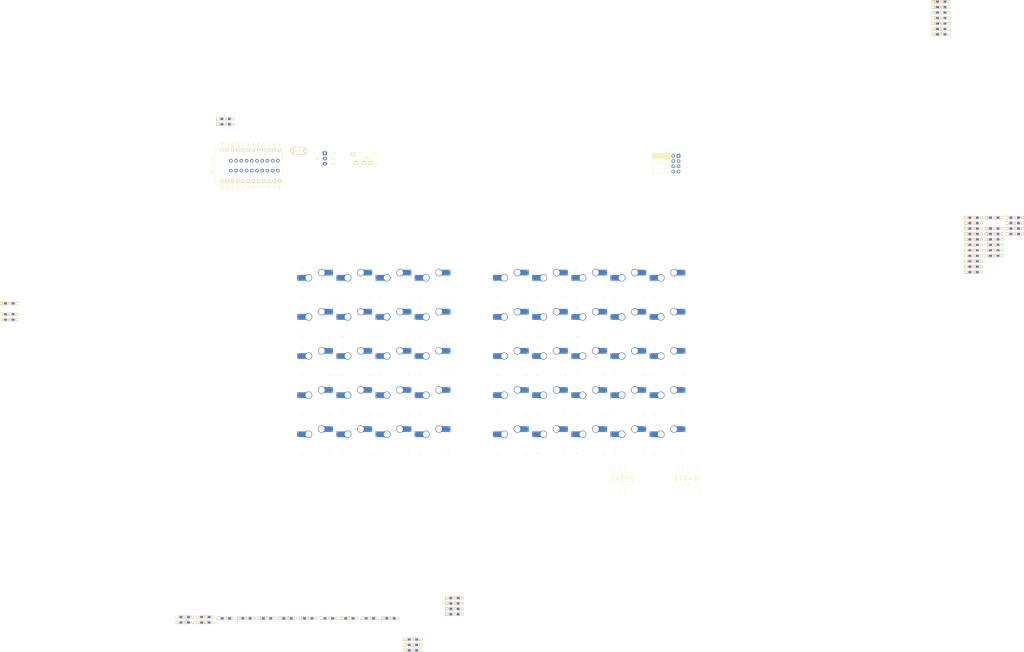
<source format=kicad_pcb>
(kicad_pcb (version 20171130) (host pcbnew "(5.1.5-0-10_14)")
  (layers (0 F.Cu signal) (31 B.Cu signal) (34 B.Paste user) (35 F.Paste user) (36 B.SilkS user) (37 F.SilkS user) (38 B.Mask user) (39 F.Mask user) (44 Edge.Cuts user))
  (net 0 "")
  (net 1 pin6)
  (net 2 pin1)
  (net 3 pin2)
  (net 4 pin3)
  (net 5 pin4)
  (net 6 pin5)
  (net 7 "Net-(D7-Pad1)")
  (net 8 pin7)
  (net 9 "Net-(D8-Pad2)")
  (net 10 "Net-(D9-Pad2)")
  (net 11 "Net-(D10-Pad2)")
  (net 12 "Net-(D11-Pad2)")
  (net 13 "Net-(D12-Pad2)")
  (net 14 "Net-(D13-Pad1)")
  (net 15 pin8)
  (net 16 "Net-(D14-Pad2)")
  (net 17 "Net-(D15-Pad2)")
  (net 18 "Net-(D16-Pad2)")
  (net 19 "Net-(D17-Pad2)")
  (net 20 "Net-(D18-Pad2)")
  (net 21 pin9)
  (net 22 "Net-(D19-Pad1)")
  (net 23 "Net-(D20-Pad2)")
  (net 24 "Net-(D21-Pad2)")
  (net 25 "Net-(D22-Pad2)")
  (net 26 "Net-(D23-Pad2)")
  (net 27 "Net-(D24-Pad2)")
  (net 28 "Net-(D25-Pad1)")
  (net 29 pin10)
  (net 30 "Net-(D26-Pad2)")
  (net 31 "Net-(D27-Pad2)")
  (net 32 "Net-(D28-Pad2)")
  (net 33 "Net-(D29-Pad2)")
  (net 34 "Net-(D30-Pad2)")
  (net 35 "Net-(D31-Pad1)")
  (net 36 "Net-(D32-Pad2)")
  (net 37 "Net-(D33-Pad2)")
  (net 38 "Net-(D34-Pad2)")
  (net 39 "Net-(D35-Pad2)")
  (net 40 "Net-(D36-Pad2)")
  (net 41 "Net-(D37-Pad1)")
  (net 42 "Net-(D38-Pad2)")
  (net 43 "Net-(D39-Pad2)")
  (net 44 "Net-(D40-Pad2)")
  (net 45 "Net-(D41-Pad2)")
  (net 46 "Net-(D42-Pad2)")
  (net 47 "Net-(D43-Pad1)")
  (net 48 "Net-(D44-Pad2)")
  (net 49 "Net-(D45-Pad2)")
  (net 50 "Net-(D46-Pad2)")
  (net 51 "Net-(D47-Pad2)")
  (net 52 "Net-(D48-Pad2)")
  (net 53 "Net-(D49-Pad1)")
  (net 54 "Net-(D50-Pad2)")
  (net 55 "Net-(D51-Pad2)")
  (net 56 "Net-(D52-Pad2)")
  (net 57 "Net-(D53-Pad2)")
  (net 58 "Net-(D54-Pad2)")
  (net 59 "Net-(D55-Pad1)")
  (net 60 "Net-(D56-Pad2)")
  (net 61 "Net-(D57-Pad2)")
  (net 62 "Net-(D58-Pad2)")
  (net 63 "Net-(D59-Pad2)")
  (net 64 "Net-(D60-Pad2)")
  (net 65 d4)
  (net 66 scl-d0)
  (net 67 sda-d1)
  (net 68 data)
  (net 69 led)
  (net 70 f6)
  (net 71 f5)
  (net 72 f4)
  (net 73 GND1)
  (net 74 VCC)
  (net 75 "Net-(J3-PadA)")
  (net 76 "Net-(J4-Pad6)")
  (net 77 "Net-(J4-Pad7)")
  (net 78 "Net-(J4-Pad8)")
  (net 79 reset)
  (net 80 "Net-(U1-Pad24)")
  (module SMK_SU120:D3_TH_SMD (layer F.Cu) (at 167.2085 242.265001)
    (fp_text reference D7 hide)
    (fp_text value D hide)
    (pad 1 smd rect (at -1.775 0) (size 1.3 0.95) (layers F.Cu F.Paste F.Mask) (net 7 "Net-(D7-Pad1)"))
    (pad 2 smd rect (at 1.775 0) (size 1.3 0.95) (layers B.Cu B.Paste B.Mask) (net 8 pin7))
    (pad 1 smd rect (at -1.775 0) (size 1.3 0.95) (layers B.Cu B.Paste B.Mask) (net 7 "Net-(D7-Pad1)"))
    (pad 1 thru_hole rect (at -3.81 0) (size 1.397 1.397) (drill 0.8128) (layers *.Cu *.Mask F.SilkS) (net 7 "Net-(D7-Pad1)"))
    (pad 2 thru_hole circle (at 3.81 0) (size 1.397 1.397) (drill 0.8128) (layers *.Cu *.Mask F.SilkS) (net 8 pin7))
    (pad 2 smd rect (at 1.775 0) (size 1.3 0.95) (layers F.Cu F.Paste F.Mask) (net 8 pin7))
  )
  (module SMK_SU120:D3_TH_SMD (layer F.Cu) (at 429.8285 67.685001)
    (fp_text reference D8 hide)
    (fp_text value D hide)
    (pad 1 smd rect (at -1.775 0) (size 1.3 0.95) (layers F.Cu F.Paste F.Mask) (net 2 pin1))
    (pad 2 smd rect (at 1.775 0) (size 1.3 0.95) (layers B.Cu B.Paste B.Mask) (net 9 "Net-(D8-Pad2)"))
    (pad 1 smd rect (at -1.775 0) (size 1.3 0.95) (layers B.Cu B.Paste B.Mask) (net 2 pin1))
    (pad 1 thru_hole rect (at -3.81 0) (size 1.397 1.397) (drill 0.8128) (layers *.Cu *.Mask F.SilkS) (net 2 pin1))
    (pad 2 thru_hole circle (at 3.81 0) (size 1.397 1.397) (drill 0.8128) (layers *.Cu *.Mask F.SilkS) (net 9 "Net-(D8-Pad2)"))
    (pad 2 smd rect (at 1.775 0) (size 1.3 0.95) (layers F.Cu F.Paste F.Mask) (net 9 "Net-(D8-Pad2)"))
  )
  (module SMK_SU120:D3_TH_SMD (layer F.Cu) (at 429.8285 65.035001)
    (fp_text reference D9 hide)
    (fp_text value D hide)
    (pad 1 smd rect (at -1.775 0) (size 1.3 0.95) (layers F.Cu F.Paste F.Mask) (net 3 pin2))
    (pad 2 smd rect (at 1.775 0) (size 1.3 0.95) (layers B.Cu B.Paste B.Mask) (net 10 "Net-(D9-Pad2)"))
    (pad 1 smd rect (at -1.775 0) (size 1.3 0.95) (layers B.Cu B.Paste B.Mask) (net 3 pin2))
    (pad 1 thru_hole rect (at -3.81 0) (size 1.397 1.397) (drill 0.8128) (layers *.Cu *.Mask F.SilkS) (net 3 pin2))
    (pad 2 thru_hole circle (at 3.81 0) (size 1.397 1.397) (drill 0.8128) (layers *.Cu *.Mask F.SilkS) (net 10 "Net-(D9-Pad2)"))
    (pad 2 smd rect (at 1.775 0) (size 1.3 0.95) (layers F.Cu F.Paste F.Mask) (net 10 "Net-(D9-Pad2)"))
  )
  (module SMK_SU120:D3_TH_SMD (layer F.Cu) (at 419.8185 75.635001)
    (fp_text reference D10 hide)
    (fp_text value D hide)
    (pad 1 smd rect (at -1.775 0) (size 1.3 0.95) (layers F.Cu F.Paste F.Mask) (net 4 pin3))
    (pad 2 smd rect (at 1.775 0) (size 1.3 0.95) (layers B.Cu B.Paste B.Mask) (net 11 "Net-(D10-Pad2)"))
    (pad 1 smd rect (at -1.775 0) (size 1.3 0.95) (layers B.Cu B.Paste B.Mask) (net 4 pin3))
    (pad 1 thru_hole rect (at -3.81 0) (size 1.397 1.397) (drill 0.8128) (layers *.Cu *.Mask F.SilkS) (net 4 pin3))
    (pad 2 thru_hole circle (at 3.81 0) (size 1.397 1.397) (drill 0.8128) (layers *.Cu *.Mask F.SilkS) (net 11 "Net-(D10-Pad2)"))
    (pad 2 smd rect (at 1.775 0) (size 1.3 0.95) (layers F.Cu F.Paste F.Mask) (net 11 "Net-(D10-Pad2)"))
  )
  (module SMK_SU120:D3_TH_SMD (layer F.Cu) (at 167.2085 239.615001)
    (fp_text reference D11 hide)
    (fp_text value D hide)
    (pad 1 smd rect (at -1.775 0) (size 1.3 0.95) (layers F.Cu F.Paste F.Mask) (net 5 pin4))
    (pad 2 smd rect (at 1.775 0) (size 1.3 0.95) (layers B.Cu B.Paste B.Mask) (net 12 "Net-(D11-Pad2)"))
    (pad 1 smd rect (at -1.775 0) (size 1.3 0.95) (layers B.Cu B.Paste B.Mask) (net 5 pin4))
    (pad 1 thru_hole rect (at -3.81 0) (size 1.397 1.397) (drill 0.8128) (layers *.Cu *.Mask F.SilkS) (net 5 pin4))
    (pad 2 thru_hole circle (at 3.81 0) (size 1.397 1.397) (drill 0.8128) (layers *.Cu *.Mask F.SilkS) (net 12 "Net-(D11-Pad2)"))
    (pad 2 smd rect (at 1.775 0) (size 1.3 0.95) (layers F.Cu F.Paste F.Mask) (net 12 "Net-(D11-Pad2)"))
  )
  (module SMK_SU120:D3_TH_SMD (layer F.Cu) (at 147.0085 259.815001)
    (fp_text reference D12 hide)
    (fp_text value D hide)
    (pad 1 smd rect (at -1.775 0) (size 1.3 0.95) (layers F.Cu F.Paste F.Mask) (net 6 pin5))
    (pad 2 smd rect (at 1.775 0) (size 1.3 0.95) (layers B.Cu B.Paste B.Mask) (net 13 "Net-(D12-Pad2)"))
    (pad 1 smd rect (at -1.775 0) (size 1.3 0.95) (layers B.Cu B.Paste B.Mask) (net 6 pin5))
    (pad 1 thru_hole rect (at -3.81 0) (size 1.397 1.397) (drill 0.8128) (layers *.Cu *.Mask F.SilkS) (net 6 pin5))
    (pad 2 thru_hole circle (at 3.81 0) (size 1.397 1.397) (drill 0.8128) (layers *.Cu *.Mask F.SilkS) (net 13 "Net-(D12-Pad2)"))
    (pad 2 smd rect (at 1.775 0) (size 1.3 0.95) (layers F.Cu F.Paste F.Mask) (net 13 "Net-(D12-Pad2)"))
  )
  (module SMK_SU120:D3_TH_SMD (layer F.Cu) (at 439.8385 57.085001)
    (fp_text reference D13 hide)
    (fp_text value D hide)
    (pad 1 smd rect (at -1.775 0) (size 1.3 0.95) (layers F.Cu F.Paste F.Mask) (net 14 "Net-(D13-Pad1)"))
    (pad 2 smd rect (at 1.775 0) (size 1.3 0.95) (layers B.Cu B.Paste B.Mask) (net 15 pin8))
    (pad 1 smd rect (at -1.775 0) (size 1.3 0.95) (layers B.Cu B.Paste B.Mask) (net 14 "Net-(D13-Pad1)"))
    (pad 1 thru_hole rect (at -3.81 0) (size 1.397 1.397) (drill 0.8128) (layers *.Cu *.Mask F.SilkS) (net 14 "Net-(D13-Pad1)"))
    (pad 2 thru_hole circle (at 3.81 0) (size 1.397 1.397) (drill 0.8128) (layers *.Cu *.Mask F.SilkS) (net 15 pin8))
    (pad 2 smd rect (at 1.775 0) (size 1.3 0.95) (layers F.Cu F.Paste F.Mask) (net 15 pin8))
  )
  (module SMK_SU120:D3_TH_SMD (layer F.Cu) (at 147.0085 257.165001)
    (fp_text reference D14 hide)
    (fp_text value D hide)
    (pad 1 smd rect (at -1.775 0) (size 1.3 0.95) (layers F.Cu F.Paste F.Mask) (net 2 pin1))
    (pad 2 smd rect (at 1.775 0) (size 1.3 0.95) (layers B.Cu B.Paste B.Mask) (net 16 "Net-(D14-Pad2)"))
    (pad 1 smd rect (at -1.775 0) (size 1.3 0.95) (layers B.Cu B.Paste B.Mask) (net 2 pin1))
    (pad 1 thru_hole rect (at -3.81 0) (size 1.397 1.397) (drill 0.8128) (layers *.Cu *.Mask F.SilkS) (net 2 pin1))
    (pad 2 thru_hole circle (at 3.81 0) (size 1.397 1.397) (drill 0.8128) (layers *.Cu *.Mask F.SilkS) (net 16 "Net-(D14-Pad2)"))
    (pad 2 smd rect (at 1.775 0) (size 1.3 0.95) (layers F.Cu F.Paste F.Mask) (net 16 "Net-(D14-Pad2)"))
  )
  (module SMK_SU120:D3_TH_SMD (layer F.Cu) (at 167.2085 236.965001)
    (fp_text reference D15 hide)
    (fp_text value D hide)
    (pad 1 smd rect (at -1.775 0) (size 1.3 0.95) (layers F.Cu F.Paste F.Mask) (net 3 pin2))
    (pad 2 smd rect (at 1.775 0) (size 1.3 0.95) (layers B.Cu B.Paste B.Mask) (net 17 "Net-(D15-Pad2)"))
    (pad 1 smd rect (at -1.775 0) (size 1.3 0.95) (layers B.Cu B.Paste B.Mask) (net 3 pin2))
    (pad 1 thru_hole rect (at -3.81 0) (size 1.397 1.397) (drill 0.8128) (layers *.Cu *.Mask F.SilkS) (net 3 pin2))
    (pad 2 thru_hole circle (at 3.81 0) (size 1.397 1.397) (drill 0.8128) (layers *.Cu *.Mask F.SilkS) (net 17 "Net-(D15-Pad2)"))
    (pad 2 smd rect (at 1.775 0) (size 1.3 0.95) (layers F.Cu F.Paste F.Mask) (net 17 "Net-(D15-Pad2)"))
  )
  (module SMK_SU120:D3_TH_SMD (layer F.Cu) (at 419.8185 72.985001)
    (fp_text reference D16 hide)
    (fp_text value D hide)
    (pad 1 smd rect (at -1.775 0) (size 1.3 0.95) (layers F.Cu F.Paste F.Mask) (net 4 pin3))
    (pad 2 smd rect (at 1.775 0) (size 1.3 0.95) (layers B.Cu B.Paste B.Mask) (net 18 "Net-(D16-Pad2)"))
    (pad 1 smd rect (at -1.775 0) (size 1.3 0.95) (layers B.Cu B.Paste B.Mask) (net 4 pin3))
    (pad 1 thru_hole rect (at -3.81 0) (size 1.397 1.397) (drill 0.8128) (layers *.Cu *.Mask F.SilkS) (net 4 pin3))
    (pad 2 thru_hole circle (at 3.81 0) (size 1.397 1.397) (drill 0.8128) (layers *.Cu *.Mask F.SilkS) (net 18 "Net-(D16-Pad2)"))
    (pad 2 smd rect (at 1.775 0) (size 1.3 0.95) (layers F.Cu F.Paste F.Mask) (net 18 "Net-(D16-Pad2)"))
  )
  (module SMK_SU120:D3_TH_SMD (layer F.Cu) (at 429.8285 62.385001)
    (fp_text reference D17 hide)
    (fp_text value D hide)
    (pad 1 smd rect (at -1.775 0) (size 1.3 0.95) (layers F.Cu F.Paste F.Mask) (net 5 pin4))
    (pad 2 smd rect (at 1.775 0) (size 1.3 0.95) (layers B.Cu B.Paste B.Mask) (net 19 "Net-(D17-Pad2)"))
    (pad 1 smd rect (at -1.775 0) (size 1.3 0.95) (layers B.Cu B.Paste B.Mask) (net 5 pin4))
    (pad 1 thru_hole rect (at -3.81 0) (size 1.397 1.397) (drill 0.8128) (layers *.Cu *.Mask F.SilkS) (net 5 pin4))
    (pad 2 thru_hole circle (at 3.81 0) (size 1.397 1.397) (drill 0.8128) (layers *.Cu *.Mask F.SilkS) (net 19 "Net-(D17-Pad2)"))
    (pad 2 smd rect (at 1.775 0) (size 1.3 0.95) (layers F.Cu F.Paste F.Mask) (net 19 "Net-(D17-Pad2)"))
  )
  (module SMK_SU120:D3_TH_SMD (layer F.Cu) (at 439.8385 54.435001)
    (fp_text reference D18 hide)
    (fp_text value D hide)
    (pad 1 smd rect (at -1.775 0) (size 1.3 0.95) (layers F.Cu F.Paste F.Mask) (net 6 pin5))
    (pad 2 smd rect (at 1.775 0) (size 1.3 0.95) (layers B.Cu B.Paste B.Mask) (net 20 "Net-(D18-Pad2)"))
    (pad 1 smd rect (at -1.775 0) (size 1.3 0.95) (layers B.Cu B.Paste B.Mask) (net 6 pin5))
    (pad 1 thru_hole rect (at -3.81 0) (size 1.397 1.397) (drill 0.8128) (layers *.Cu *.Mask F.SilkS) (net 6 pin5))
    (pad 2 thru_hole circle (at 3.81 0) (size 1.397 1.397) (drill 0.8128) (layers *.Cu *.Mask F.SilkS) (net 20 "Net-(D18-Pad2)"))
    (pad 2 smd rect (at 1.775 0) (size 1.3 0.95) (layers F.Cu F.Paste F.Mask) (net 20 "Net-(D18-Pad2)"))
  )
  (module SMK_SU120:D3_TH_SMD (layer F.Cu) (at 429.8285 59.735001)
    (fp_text reference D19 hide)
    (fp_text value D hide)
    (pad 2 smd rect (at 1.775 0) (size 1.3 0.95) (layers F.Cu F.Paste F.Mask) (net 21 pin9))
    (pad 2 thru_hole circle (at 3.81 0) (size 1.397 1.397) (drill 0.8128) (layers *.Cu *.Mask F.SilkS) (net 21 pin9))
    (pad 1 thru_hole rect (at -3.81 0) (size 1.397 1.397) (drill 0.8128) (layers *.Cu *.Mask F.SilkS) (net 22 "Net-(D19-Pad1)"))
    (pad 1 smd rect (at -1.775 0) (size 1.3 0.95) (layers B.Cu B.Paste B.Mask) (net 22 "Net-(D19-Pad1)"))
    (pad 2 smd rect (at 1.775 0) (size 1.3 0.95) (layers B.Cu B.Paste B.Mask) (net 21 pin9))
    (pad 1 smd rect (at -1.775 0) (size 1.3 0.95) (layers F.Cu F.Paste F.Mask) (net 22 "Net-(D19-Pad1)"))
  )
  (module SMK_SU120:D3_TH_SMD (layer F.Cu) (at 419.8185 70.335001)
    (fp_text reference D20 hide)
    (fp_text value D hide)
    (pad 1 smd rect (at -1.775 0) (size 1.3 0.95) (layers F.Cu F.Paste F.Mask) (net 2 pin1))
    (pad 2 smd rect (at 1.775 0) (size 1.3 0.95) (layers B.Cu B.Paste B.Mask) (net 23 "Net-(D20-Pad2)"))
    (pad 1 smd rect (at -1.775 0) (size 1.3 0.95) (layers B.Cu B.Paste B.Mask) (net 2 pin1))
    (pad 1 thru_hole rect (at -3.81 0) (size 1.397 1.397) (drill 0.8128) (layers *.Cu *.Mask F.SilkS) (net 2 pin1))
    (pad 2 thru_hole circle (at 3.81 0) (size 1.397 1.397) (drill 0.8128) (layers *.Cu *.Mask F.SilkS) (net 23 "Net-(D20-Pad2)"))
    (pad 2 smd rect (at 1.775 0) (size 1.3 0.95) (layers F.Cu F.Paste F.Mask) (net 23 "Net-(D20-Pad2)"))
  )
  (module SMK_SU120:D3_TH_SMD (layer F.Cu) (at 439.8385 51.785001)
    (fp_text reference D21 hide)
    (fp_text value D hide)
    (pad 1 smd rect (at -1.775 0) (size 1.3 0.95) (layers F.Cu F.Paste F.Mask) (net 3 pin2))
    (pad 2 smd rect (at 1.775 0) (size 1.3 0.95) (layers B.Cu B.Paste B.Mask) (net 24 "Net-(D21-Pad2)"))
    (pad 1 smd rect (at -1.775 0) (size 1.3 0.95) (layers B.Cu B.Paste B.Mask) (net 3 pin2))
    (pad 1 thru_hole rect (at -3.81 0) (size 1.397 1.397) (drill 0.8128) (layers *.Cu *.Mask F.SilkS) (net 3 pin2))
    (pad 2 thru_hole circle (at 3.81 0) (size 1.397 1.397) (drill 0.8128) (layers *.Cu *.Mask F.SilkS) (net 24 "Net-(D21-Pad2)"))
    (pad 2 smd rect (at 1.775 0) (size 1.3 0.95) (layers F.Cu F.Paste F.Mask) (net 24 "Net-(D21-Pad2)"))
  )
  (module SMK_SU120:D3_TH_SMD (layer F.Cu) (at 167.2085 234.315001)
    (fp_text reference D22 hide)
    (fp_text value D hide)
    (pad 1 smd rect (at -1.775 0) (size 1.3 0.95) (layers F.Cu F.Paste F.Mask) (net 4 pin3))
    (pad 2 smd rect (at 1.775 0) (size 1.3 0.95) (layers B.Cu B.Paste B.Mask) (net 25 "Net-(D22-Pad2)"))
    (pad 1 smd rect (at -1.775 0) (size 1.3 0.95) (layers B.Cu B.Paste B.Mask) (net 4 pin3))
    (pad 1 thru_hole rect (at -3.81 0) (size 1.397 1.397) (drill 0.8128) (layers *.Cu *.Mask F.SilkS) (net 4 pin3))
    (pad 2 thru_hole circle (at 3.81 0) (size 1.397 1.397) (drill 0.8128) (layers *.Cu *.Mask F.SilkS) (net 25 "Net-(D22-Pad2)"))
    (pad 2 smd rect (at 1.775 0) (size 1.3 0.95) (layers F.Cu F.Paste F.Mask) (net 25 "Net-(D22-Pad2)"))
  )
  (module SMK_SU120:D3_TH_SMD (layer F.Cu) (at 147.0085 254.515001)
    (fp_text reference D23 hide)
    (fp_text value D hide)
    (pad 1 smd rect (at -1.775 0) (size 1.3 0.95) (layers F.Cu F.Paste F.Mask) (net 5 pin4))
    (pad 2 smd rect (at 1.775 0) (size 1.3 0.95) (layers B.Cu B.Paste B.Mask) (net 26 "Net-(D23-Pad2)"))
    (pad 1 smd rect (at -1.775 0) (size 1.3 0.95) (layers B.Cu B.Paste B.Mask) (net 5 pin4))
    (pad 1 thru_hole rect (at -3.81 0) (size 1.397 1.397) (drill 0.8128) (layers *.Cu *.Mask F.SilkS) (net 5 pin4))
    (pad 2 thru_hole circle (at 3.81 0) (size 1.397 1.397) (drill 0.8128) (layers *.Cu *.Mask F.SilkS) (net 26 "Net-(D23-Pad2)"))
    (pad 2 smd rect (at 1.775 0) (size 1.3 0.95) (layers F.Cu F.Paste F.Mask) (net 26 "Net-(D23-Pad2)"))
  )
  (module SMK_SU120:D3_TH_SMD (layer F.Cu) (at 439.8385 49.135001)
    (fp_text reference D24 hide)
    (fp_text value D hide)
    (pad 1 smd rect (at -1.775 0) (size 1.3 0.95) (layers F.Cu F.Paste F.Mask) (net 6 pin5))
    (pad 2 smd rect (at 1.775 0) (size 1.3 0.95) (layers B.Cu B.Paste B.Mask) (net 27 "Net-(D24-Pad2)"))
    (pad 1 smd rect (at -1.775 0) (size 1.3 0.95) (layers B.Cu B.Paste B.Mask) (net 6 pin5))
    (pad 1 thru_hole rect (at -3.81 0) (size 1.397 1.397) (drill 0.8128) (layers *.Cu *.Mask F.SilkS) (net 6 pin5))
    (pad 2 thru_hole circle (at 3.81 0) (size 1.397 1.397) (drill 0.8128) (layers *.Cu *.Mask F.SilkS) (net 27 "Net-(D24-Pad2)"))
    (pad 2 smd rect (at 1.775 0) (size 1.3 0.95) (layers F.Cu F.Paste F.Mask) (net 27 "Net-(D24-Pad2)"))
  )
  (module SMK_SU120:D3_TH_SMD (layer F.Cu) (at 136.0685 244.235001)
    (fp_text reference D25 hide)
    (fp_text value D hide)
    (pad 1 smd rect (at -1.775 0) (size 1.3 0.95) (layers F.Cu F.Paste F.Mask) (net 28 "Net-(D25-Pad1)"))
    (pad 2 smd rect (at 1.775 0) (size 1.3 0.95) (layers B.Cu B.Paste B.Mask) (net 29 pin10))
    (pad 1 smd rect (at -1.775 0) (size 1.3 0.95) (layers B.Cu B.Paste B.Mask) (net 28 "Net-(D25-Pad1)"))
    (pad 1 thru_hole rect (at -3.81 0) (size 1.397 1.397) (drill 0.8128) (layers *.Cu *.Mask F.SilkS) (net 28 "Net-(D25-Pad1)"))
    (pad 2 thru_hole circle (at 3.81 0) (size 1.397 1.397) (drill 0.8128) (layers *.Cu *.Mask F.SilkS) (net 29 pin10))
    (pad 2 smd rect (at 1.775 0) (size 1.3 0.95) (layers F.Cu F.Paste F.Mask) (net 29 pin10))
  )
  (module SMK_SU120:D3_TH_SMD (layer F.Cu) (at 419.8185 67.685001)
    (fp_text reference D26 hide)
    (fp_text value D hide)
    (pad 1 smd rect (at -1.775 0) (size 1.3 0.95) (layers F.Cu F.Paste F.Mask) (net 2 pin1))
    (pad 2 smd rect (at 1.775 0) (size 1.3 0.95) (layers B.Cu B.Paste B.Mask) (net 30 "Net-(D26-Pad2)"))
    (pad 1 smd rect (at -1.775 0) (size 1.3 0.95) (layers B.Cu B.Paste B.Mask) (net 2 pin1))
    (pad 1 thru_hole rect (at -3.81 0) (size 1.397 1.397) (drill 0.8128) (layers *.Cu *.Mask F.SilkS) (net 2 pin1))
    (pad 2 thru_hole circle (at 3.81 0) (size 1.397 1.397) (drill 0.8128) (layers *.Cu *.Mask F.SilkS) (net 30 "Net-(D26-Pad2)"))
    (pad 2 smd rect (at 1.775 0) (size 1.3 0.95) (layers F.Cu F.Paste F.Mask) (net 30 "Net-(D26-Pad2)"))
  )
  (module SMK_SU120:D3_TH_SMD (layer F.Cu) (at 419.8185 65.035001)
    (fp_text reference D27 hide)
    (fp_text value D hide)
    (pad 1 smd rect (at -1.775 0) (size 1.3 0.95) (layers F.Cu F.Paste F.Mask) (net 3 pin2))
    (pad 2 smd rect (at 1.775 0) (size 1.3 0.95) (layers B.Cu B.Paste B.Mask) (net 31 "Net-(D27-Pad2)"))
    (pad 1 smd rect (at -1.775 0) (size 1.3 0.95) (layers B.Cu B.Paste B.Mask) (net 3 pin2))
    (pad 1 thru_hole rect (at -3.81 0) (size 1.397 1.397) (drill 0.8128) (layers *.Cu *.Mask F.SilkS) (net 3 pin2))
    (pad 2 thru_hole circle (at 3.81 0) (size 1.397 1.397) (drill 0.8128) (layers *.Cu *.Mask F.SilkS) (net 31 "Net-(D27-Pad2)"))
    (pad 2 smd rect (at 1.775 0) (size 1.3 0.95) (layers F.Cu F.Paste F.Mask) (net 31 "Net-(D27-Pad2)"))
  )
  (module SMK_SU120:D3_TH_SMD (layer F.Cu) (at 419.8185 62.385001)
    (fp_text reference D28 hide)
    (fp_text value D hide)
    (pad 1 smd rect (at -1.775 0) (size 1.3 0.95) (layers F.Cu F.Paste F.Mask) (net 4 pin3))
    (pad 2 smd rect (at 1.775 0) (size 1.3 0.95) (layers B.Cu B.Paste B.Mask) (net 32 "Net-(D28-Pad2)"))
    (pad 1 smd rect (at -1.775 0) (size 1.3 0.95) (layers B.Cu B.Paste B.Mask) (net 4 pin3))
    (pad 1 thru_hole rect (at -3.81 0) (size 1.397 1.397) (drill 0.8128) (layers *.Cu *.Mask F.SilkS) (net 4 pin3))
    (pad 2 thru_hole circle (at 3.81 0) (size 1.397 1.397) (drill 0.8128) (layers *.Cu *.Mask F.SilkS) (net 32 "Net-(D28-Pad2)"))
    (pad 2 smd rect (at 1.775 0) (size 1.3 0.95) (layers F.Cu F.Paste F.Mask) (net 32 "Net-(D28-Pad2)"))
  )
  (module SMK_SU120:D3_TH_SMD (layer F.Cu) (at 419.8185 59.735001)
    (fp_text reference D29 hide)
    (fp_text value D hide)
    (pad 1 smd rect (at -1.775 0) (size 1.3 0.95) (layers F.Cu F.Paste F.Mask) (net 5 pin4))
    (pad 2 smd rect (at 1.775 0) (size 1.3 0.95) (layers B.Cu B.Paste B.Mask) (net 33 "Net-(D29-Pad2)"))
    (pad 1 smd rect (at -1.775 0) (size 1.3 0.95) (layers B.Cu B.Paste B.Mask) (net 5 pin4))
    (pad 1 thru_hole rect (at -3.81 0) (size 1.397 1.397) (drill 0.8128) (layers *.Cu *.Mask F.SilkS) (net 5 pin4))
    (pad 2 thru_hole circle (at 3.81 0) (size 1.397 1.397) (drill 0.8128) (layers *.Cu *.Mask F.SilkS) (net 33 "Net-(D29-Pad2)"))
    (pad 2 smd rect (at 1.775 0) (size 1.3 0.95) (layers F.Cu F.Paste F.Mask) (net 33 "Net-(D29-Pad2)"))
  )
  (module SMK_SU120:D3_TH_SMD (layer F.Cu) (at 429.8285 57.085001)
    (fp_text reference D30 hide)
    (fp_text value D hide)
    (pad 1 smd rect (at -1.775 0) (size 1.3 0.95) (layers F.Cu F.Paste F.Mask) (net 6 pin5))
    (pad 2 smd rect (at 1.775 0) (size 1.3 0.95) (layers B.Cu B.Paste B.Mask) (net 34 "Net-(D30-Pad2)"))
    (pad 1 smd rect (at -1.775 0) (size 1.3 0.95) (layers B.Cu B.Paste B.Mask) (net 6 pin5))
    (pad 1 thru_hole rect (at -3.81 0) (size 1.397 1.397) (drill 0.8128) (layers *.Cu *.Mask F.SilkS) (net 6 pin5))
    (pad 2 thru_hole circle (at 3.81 0) (size 1.397 1.397) (drill 0.8128) (layers *.Cu *.Mask F.SilkS) (net 34 "Net-(D30-Pad2)"))
    (pad 2 smd rect (at 1.775 0) (size 1.3 0.95) (layers F.Cu F.Paste F.Mask) (net 34 "Net-(D30-Pad2)"))
  )
  (module SMK_SU120:D3_TH_SMD (layer F.Cu) (at 429.8285 54.435001)
    (fp_text reference D31 hide)
    (fp_text value D hide)
    (pad 2 smd rect (at 1.775 0) (size 1.3 0.95) (layers F.Cu F.Paste F.Mask) (net 2 pin1))
    (pad 2 thru_hole circle (at 3.81 0) (size 1.397 1.397) (drill 0.8128) (layers *.Cu *.Mask F.SilkS) (net 2 pin1))
    (pad 1 thru_hole rect (at -3.81 0) (size 1.397 1.397) (drill 0.8128) (layers *.Cu *.Mask F.SilkS) (net 35 "Net-(D31-Pad1)"))
    (pad 1 smd rect (at -1.775 0) (size 1.3 0.95) (layers B.Cu B.Paste B.Mask) (net 35 "Net-(D31-Pad1)"))
    (pad 2 smd rect (at 1.775 0) (size 1.3 0.95) (layers B.Cu B.Paste B.Mask) (net 2 pin1))
    (pad 1 smd rect (at -1.775 0) (size 1.3 0.95) (layers F.Cu F.Paste F.Mask) (net 35 "Net-(D31-Pad1)"))
  )
  (module SMK_SU120:D3_TH_SMD (layer F.Cu) (at 126.0585 244.235001)
    (fp_text reference D32 hide)
    (fp_text value D hide)
    (pad 2 smd rect (at 1.775 0) (size 1.3 0.95) (layers F.Cu F.Paste F.Mask) (net 36 "Net-(D32-Pad2)"))
    (pad 2 thru_hole circle (at 3.81 0) (size 1.397 1.397) (drill 0.8128) (layers *.Cu *.Mask F.SilkS) (net 36 "Net-(D32-Pad2)"))
    (pad 1 thru_hole rect (at -3.81 0) (size 1.397 1.397) (drill 0.8128) (layers *.Cu *.Mask F.SilkS) (net 1 pin6))
    (pad 1 smd rect (at -1.775 0) (size 1.3 0.95) (layers B.Cu B.Paste B.Mask) (net 1 pin6))
    (pad 2 smd rect (at 1.775 0) (size 1.3 0.95) (layers B.Cu B.Paste B.Mask) (net 36 "Net-(D32-Pad2)"))
    (pad 1 smd rect (at -1.775 0) (size 1.3 0.95) (layers F.Cu F.Paste F.Mask) (net 1 pin6))
  )
  (module SMK_SU120:D3_TH_SMD (layer F.Cu) (at 419.8185 57.085001)
    (fp_text reference D33 hide)
    (fp_text value D hide)
    (pad 2 smd rect (at 1.775 0) (size 1.3 0.95) (layers F.Cu F.Paste F.Mask) (net 37 "Net-(D33-Pad2)"))
    (pad 2 thru_hole circle (at 3.81 0) (size 1.397 1.397) (drill 0.8128) (layers *.Cu *.Mask F.SilkS) (net 37 "Net-(D33-Pad2)"))
    (pad 1 thru_hole rect (at -3.81 0) (size 1.397 1.397) (drill 0.8128) (layers *.Cu *.Mask F.SilkS) (net 8 pin7))
    (pad 1 smd rect (at -1.775 0) (size 1.3 0.95) (layers B.Cu B.Paste B.Mask) (net 8 pin7))
    (pad 2 smd rect (at 1.775 0) (size 1.3 0.95) (layers B.Cu B.Paste B.Mask) (net 37 "Net-(D33-Pad2)"))
    (pad 1 smd rect (at -1.775 0) (size 1.3 0.95) (layers F.Cu F.Paste F.Mask) (net 8 pin7))
  )
  (module SMK_SU120:D3_TH_SMD (layer F.Cu) (at 419.8185 54.435001)
    (fp_text reference D34 hide)
    (fp_text value D hide)
    (pad 2 smd rect (at 1.775 0) (size 1.3 0.95) (layers F.Cu F.Paste F.Mask) (net 38 "Net-(D34-Pad2)"))
    (pad 2 thru_hole circle (at 3.81 0) (size 1.397 1.397) (drill 0.8128) (layers *.Cu *.Mask F.SilkS) (net 38 "Net-(D34-Pad2)"))
    (pad 1 thru_hole rect (at -3.81 0) (size 1.397 1.397) (drill 0.8128) (layers *.Cu *.Mask F.SilkS) (net 15 pin8))
    (pad 1 smd rect (at -1.775 0) (size 1.3 0.95) (layers B.Cu B.Paste B.Mask) (net 15 pin8))
    (pad 2 smd rect (at 1.775 0) (size 1.3 0.95) (layers B.Cu B.Paste B.Mask) (net 38 "Net-(D34-Pad2)"))
    (pad 1 smd rect (at -1.775 0) (size 1.3 0.95) (layers F.Cu F.Paste F.Mask) (net 15 pin8))
  )
  (module SMK_SU120:D3_TH_SMD (layer F.Cu) (at 419.8185 51.785001)
    (fp_text reference D35 hide)
    (fp_text value D hide)
    (pad 2 smd rect (at 1.775 0) (size 1.3 0.95) (layers F.Cu F.Paste F.Mask) (net 39 "Net-(D35-Pad2)"))
    (pad 2 thru_hole circle (at 3.81 0) (size 1.397 1.397) (drill 0.8128) (layers *.Cu *.Mask F.SilkS) (net 39 "Net-(D35-Pad2)"))
    (pad 1 thru_hole rect (at -3.81 0) (size 1.397 1.397) (drill 0.8128) (layers *.Cu *.Mask F.SilkS) (net 21 pin9))
    (pad 1 smd rect (at -1.775 0) (size 1.3 0.95) (layers B.Cu B.Paste B.Mask) (net 21 pin9))
    (pad 2 smd rect (at 1.775 0) (size 1.3 0.95) (layers B.Cu B.Paste B.Mask) (net 39 "Net-(D35-Pad2)"))
    (pad 1 smd rect (at -1.775 0) (size 1.3 0.95) (layers F.Cu F.Paste F.Mask) (net 21 pin9))
  )
  (module SMK_SU120:D3_TH_SMD (layer F.Cu) (at 429.8285 49.135001)
    (fp_text reference D36 hide)
    (fp_text value D hide)
    (pad 2 smd rect (at 1.775 0) (size 1.3 0.95) (layers F.Cu F.Paste F.Mask) (net 40 "Net-(D36-Pad2)"))
    (pad 2 thru_hole circle (at 3.81 0) (size 1.397 1.397) (drill 0.8128) (layers *.Cu *.Mask F.SilkS) (net 40 "Net-(D36-Pad2)"))
    (pad 1 thru_hole rect (at -3.81 0) (size 1.397 1.397) (drill 0.8128) (layers *.Cu *.Mask F.SilkS) (net 29 pin10))
    (pad 1 smd rect (at -1.775 0) (size 1.3 0.95) (layers B.Cu B.Paste B.Mask) (net 29 pin10))
    (pad 2 smd rect (at 1.775 0) (size 1.3 0.95) (layers B.Cu B.Paste B.Mask) (net 40 "Net-(D36-Pad2)"))
    (pad 1 smd rect (at -1.775 0) (size 1.3 0.95) (layers F.Cu F.Paste F.Mask) (net 29 pin10))
  )
  (module SMK_SU120:D3_TH_SMD (layer F.Cu) (at 419.8185 49.135001)
    (fp_text reference D37 hide)
    (fp_text value D hide)
    (pad 1 smd rect (at -1.775 0) (size 1.3 0.95) (layers F.Cu F.Paste F.Mask) (net 41 "Net-(D37-Pad1)"))
    (pad 2 smd rect (at 1.775 0) (size 1.3 0.95) (layers B.Cu B.Paste B.Mask) (net 3 pin2))
    (pad 1 smd rect (at -1.775 0) (size 1.3 0.95) (layers B.Cu B.Paste B.Mask) (net 41 "Net-(D37-Pad1)"))
    (pad 1 thru_hole rect (at -3.81 0) (size 1.397 1.397) (drill 0.8128) (layers *.Cu *.Mask F.SilkS) (net 41 "Net-(D37-Pad1)"))
    (pad 2 thru_hole circle (at 3.81 0) (size 1.397 1.397) (drill 0.8128) (layers *.Cu *.Mask F.SilkS) (net 3 pin2))
    (pad 2 smd rect (at 1.775 0) (size 1.3 0.95) (layers F.Cu F.Paste F.Mask) (net 3 pin2))
  )
  (module SMK_SU120:D3_TH_SMD (layer F.Cu) (at 404.0285 -40.134999)
    (fp_text reference D38 hide)
    (fp_text value D hide)
    (pad 2 smd rect (at 1.775 0) (size 1.3 0.95) (layers F.Cu F.Paste F.Mask) (net 42 "Net-(D38-Pad2)"))
    (pad 2 thru_hole circle (at 3.81 0) (size 1.397 1.397) (drill 0.8128) (layers *.Cu *.Mask F.SilkS) (net 42 "Net-(D38-Pad2)"))
    (pad 1 thru_hole rect (at -3.81 0) (size 1.397 1.397) (drill 0.8128) (layers *.Cu *.Mask F.SilkS) (net 1 pin6))
    (pad 1 smd rect (at -1.775 0) (size 1.3 0.95) (layers B.Cu B.Paste B.Mask) (net 1 pin6))
    (pad 2 smd rect (at 1.775 0) (size 1.3 0.95) (layers B.Cu B.Paste B.Mask) (net 42 "Net-(D38-Pad2)"))
    (pad 1 smd rect (at -1.775 0) (size 1.3 0.95) (layers F.Cu F.Paste F.Mask) (net 1 pin6))
  )
  (module SMK_SU120:D3_TH_SMD (layer F.Cu) (at 116.0485 244.235001)
    (fp_text reference D39 hide)
    (fp_text value D hide)
    (pad 2 smd rect (at 1.775 0) (size 1.3 0.95) (layers F.Cu F.Paste F.Mask) (net 43 "Net-(D39-Pad2)"))
    (pad 2 thru_hole circle (at 3.81 0) (size 1.397 1.397) (drill 0.8128) (layers *.Cu *.Mask F.SilkS) (net 43 "Net-(D39-Pad2)"))
    (pad 1 thru_hole rect (at -3.81 0) (size 1.397 1.397) (drill 0.8128) (layers *.Cu *.Mask F.SilkS) (net 8 pin7))
    (pad 1 smd rect (at -1.775 0) (size 1.3 0.95) (layers B.Cu B.Paste B.Mask) (net 8 pin7))
    (pad 2 smd rect (at 1.775 0) (size 1.3 0.95) (layers B.Cu B.Paste B.Mask) (net 43 "Net-(D39-Pad2)"))
    (pad 1 smd rect (at -1.775 0) (size 1.3 0.95) (layers F.Cu F.Paste F.Mask) (net 8 pin7))
  )
  (module SMK_SU120:D3_TH_SMD (layer F.Cu) (at 106.0385 244.235001)
    (fp_text reference D40 hide)
    (fp_text value D hide)
    (pad 2 smd rect (at 1.775 0) (size 1.3 0.95) (layers F.Cu F.Paste F.Mask) (net 44 "Net-(D40-Pad2)"))
    (pad 2 thru_hole circle (at 3.81 0) (size 1.397 1.397) (drill 0.8128) (layers *.Cu *.Mask F.SilkS) (net 44 "Net-(D40-Pad2)"))
    (pad 1 thru_hole rect (at -3.81 0) (size 1.397 1.397) (drill 0.8128) (layers *.Cu *.Mask F.SilkS) (net 15 pin8))
    (pad 1 smd rect (at -1.775 0) (size 1.3 0.95) (layers B.Cu B.Paste B.Mask) (net 15 pin8))
    (pad 2 smd rect (at 1.775 0) (size 1.3 0.95) (layers B.Cu B.Paste B.Mask) (net 44 "Net-(D40-Pad2)"))
    (pad 1 smd rect (at -1.775 0) (size 1.3 0.95) (layers F.Cu F.Paste F.Mask) (net 15 pin8))
  )
  (module SMK_SU120:D3_TH_SMD (layer F.Cu) (at 404.0285 -42.784999)
    (fp_text reference D41 hide)
    (fp_text value D hide)
    (pad 2 smd rect (at 1.775 0) (size 1.3 0.95) (layers F.Cu F.Paste F.Mask) (net 45 "Net-(D41-Pad2)"))
    (pad 2 thru_hole circle (at 3.81 0) (size 1.397 1.397) (drill 0.8128) (layers *.Cu *.Mask F.SilkS) (net 45 "Net-(D41-Pad2)"))
    (pad 1 thru_hole rect (at -3.81 0) (size 1.397 1.397) (drill 0.8128) (layers *.Cu *.Mask F.SilkS) (net 21 pin9))
    (pad 1 smd rect (at -1.775 0) (size 1.3 0.95) (layers B.Cu B.Paste B.Mask) (net 21 pin9))
    (pad 2 smd rect (at 1.775 0) (size 1.3 0.95) (layers B.Cu B.Paste B.Mask) (net 45 "Net-(D41-Pad2)"))
    (pad 1 smd rect (at -1.775 0) (size 1.3 0.95) (layers F.Cu F.Paste F.Mask) (net 21 pin9))
  )
  (module SMK_SU120:D3_TH_SMD (layer F.Cu) (at 404.0285 -45.434999)
    (fp_text reference D42 hide)
    (fp_text value D hide)
    (pad 2 smd rect (at 1.775 0) (size 1.3 0.95) (layers F.Cu F.Paste F.Mask) (net 46 "Net-(D42-Pad2)"))
    (pad 2 thru_hole circle (at 3.81 0) (size 1.397 1.397) (drill 0.8128) (layers *.Cu *.Mask F.SilkS) (net 46 "Net-(D42-Pad2)"))
    (pad 1 thru_hole rect (at -3.81 0) (size 1.397 1.397) (drill 0.8128) (layers *.Cu *.Mask F.SilkS) (net 29 pin10))
    (pad 1 smd rect (at -1.775 0) (size 1.3 0.95) (layers B.Cu B.Paste B.Mask) (net 29 pin10))
    (pad 2 smd rect (at 1.775 0) (size 1.3 0.95) (layers B.Cu B.Paste B.Mask) (net 46 "Net-(D42-Pad2)"))
    (pad 1 smd rect (at -1.775 0) (size 1.3 0.95) (layers F.Cu F.Paste F.Mask) (net 29 pin10))
  )
  (module SMK_SU120:D3_TH_SMD (layer F.Cu) (at 404.0285 -48.084999)
    (fp_text reference D43 hide)
    (fp_text value D hide)
    (pad 2 smd rect (at 1.775 0) (size 1.3 0.95) (layers F.Cu F.Paste F.Mask) (net 4 pin3))
    (pad 2 thru_hole circle (at 3.81 0) (size 1.397 1.397) (drill 0.8128) (layers *.Cu *.Mask F.SilkS) (net 4 pin3))
    (pad 1 thru_hole rect (at -3.81 0) (size 1.397 1.397) (drill 0.8128) (layers *.Cu *.Mask F.SilkS) (net 47 "Net-(D43-Pad1)"))
    (pad 1 smd rect (at -1.775 0) (size 1.3 0.95) (layers B.Cu B.Paste B.Mask) (net 47 "Net-(D43-Pad1)"))
    (pad 2 smd rect (at 1.775 0) (size 1.3 0.95) (layers B.Cu B.Paste B.Mask) (net 4 pin3))
    (pad 1 smd rect (at -1.775 0) (size 1.3 0.95) (layers F.Cu F.Paste F.Mask) (net 47 "Net-(D43-Pad1)"))
  )
  (module SMK_SU120:D3_TH_SMD (layer F.Cu) (at 404.0285 -50.734999)
    (fp_text reference D44 hide)
    (fp_text value D hide)
    (pad 2 smd rect (at 1.775 0) (size 1.3 0.95) (layers F.Cu F.Paste F.Mask) (net 48 "Net-(D44-Pad2)"))
    (pad 2 thru_hole circle (at 3.81 0) (size 1.397 1.397) (drill 0.8128) (layers *.Cu *.Mask F.SilkS) (net 48 "Net-(D44-Pad2)"))
    (pad 1 thru_hole rect (at -3.81 0) (size 1.397 1.397) (drill 0.8128) (layers *.Cu *.Mask F.SilkS) (net 1 pin6))
    (pad 1 smd rect (at -1.775 0) (size 1.3 0.95) (layers B.Cu B.Paste B.Mask) (net 1 pin6))
    (pad 2 smd rect (at 1.775 0) (size 1.3 0.95) (layers B.Cu B.Paste B.Mask) (net 48 "Net-(D44-Pad2)"))
    (pad 1 smd rect (at -1.775 0) (size 1.3 0.95) (layers F.Cu F.Paste F.Mask) (net 1 pin6))
  )
  (module SMK_SU120:D3_TH_SMD (layer F.Cu) (at 404.0285 -53.384999)
    (fp_text reference D45 hide)
    (fp_text value D hide)
    (pad 2 smd rect (at 1.775 0) (size 1.3 0.95) (layers F.Cu F.Paste F.Mask) (net 49 "Net-(D45-Pad2)"))
    (pad 2 thru_hole circle (at 3.81 0) (size 1.397 1.397) (drill 0.8128) (layers *.Cu *.Mask F.SilkS) (net 49 "Net-(D45-Pad2)"))
    (pad 1 thru_hole rect (at -3.81 0) (size 1.397 1.397) (drill 0.8128) (layers *.Cu *.Mask F.SilkS) (net 8 pin7))
    (pad 1 smd rect (at -1.775 0) (size 1.3 0.95) (layers B.Cu B.Paste B.Mask) (net 8 pin7))
    (pad 2 smd rect (at 1.775 0) (size 1.3 0.95) (layers B.Cu B.Paste B.Mask) (net 49 "Net-(D45-Pad2)"))
    (pad 1 smd rect (at -1.775 0) (size 1.3 0.95) (layers F.Cu F.Paste F.Mask) (net 8 pin7))
  )
  (module SMK_SU120:D3_TH_SMD (layer F.Cu) (at 404.0285 -56.034999)
    (fp_text reference D46 hide)
    (fp_text value D hide)
    (pad 2 smd rect (at 1.775 0) (size 1.3 0.95) (layers F.Cu F.Paste F.Mask) (net 50 "Net-(D46-Pad2)"))
    (pad 2 thru_hole circle (at 3.81 0) (size 1.397 1.397) (drill 0.8128) (layers *.Cu *.Mask F.SilkS) (net 50 "Net-(D46-Pad2)"))
    (pad 1 thru_hole rect (at -3.81 0) (size 1.397 1.397) (drill 0.8128) (layers *.Cu *.Mask F.SilkS) (net 15 pin8))
    (pad 1 smd rect (at -1.775 0) (size 1.3 0.95) (layers B.Cu B.Paste B.Mask) (net 15 pin8))
    (pad 2 smd rect (at 1.775 0) (size 1.3 0.95) (layers B.Cu B.Paste B.Mask) (net 50 "Net-(D46-Pad2)"))
    (pad 1 smd rect (at -1.775 0) (size 1.3 0.95) (layers F.Cu F.Paste F.Mask) (net 15 pin8))
  )
  (module SMK_SU120:D3_TH_SMD (layer F.Cu) (at 96.0285 244.235001)
    (fp_text reference D47 hide)
    (fp_text value D hide)
    (pad 2 smd rect (at 1.775 0) (size 1.3 0.95) (layers F.Cu F.Paste F.Mask) (net 51 "Net-(D47-Pad2)"))
    (pad 2 thru_hole circle (at 3.81 0) (size 1.397 1.397) (drill 0.8128) (layers *.Cu *.Mask F.SilkS) (net 51 "Net-(D47-Pad2)"))
    (pad 1 thru_hole rect (at -3.81 0) (size 1.397 1.397) (drill 0.8128) (layers *.Cu *.Mask F.SilkS) (net 21 pin9))
    (pad 1 smd rect (at -1.775 0) (size 1.3 0.95) (layers B.Cu B.Paste B.Mask) (net 21 pin9))
    (pad 2 smd rect (at 1.775 0) (size 1.3 0.95) (layers B.Cu B.Paste B.Mask) (net 51 "Net-(D47-Pad2)"))
    (pad 1 smd rect (at -1.775 0) (size 1.3 0.95) (layers F.Cu F.Paste F.Mask) (net 21 pin9))
  )
  (module SMK_SU120:D3_TH_SMD (layer F.Cu) (at 86.0185 244.235001)
    (fp_text reference D48 hide)
    (fp_text value D hide)
    (pad 2 smd rect (at 1.775 0) (size 1.3 0.95) (layers F.Cu F.Paste F.Mask) (net 52 "Net-(D48-Pad2)"))
    (pad 2 thru_hole circle (at 3.81 0) (size 1.397 1.397) (drill 0.8128) (layers *.Cu *.Mask F.SilkS) (net 52 "Net-(D48-Pad2)"))
    (pad 1 thru_hole rect (at -3.81 0) (size 1.397 1.397) (drill 0.8128) (layers *.Cu *.Mask F.SilkS) (net 29 pin10))
    (pad 1 smd rect (at -1.775 0) (size 1.3 0.95) (layers B.Cu B.Paste B.Mask) (net 29 pin10))
    (pad 2 smd rect (at 1.775 0) (size 1.3 0.95) (layers B.Cu B.Paste B.Mask) (net 52 "Net-(D48-Pad2)"))
    (pad 1 smd rect (at -1.775 0) (size 1.3 0.95) (layers F.Cu F.Paste F.Mask) (net 29 pin10))
  )
  (module SMK_SU120:D3_TH_SMD (layer F.Cu) (at 76.0085 244.235001)
    (fp_text reference D49 hide)
    (fp_text value D hide)
    (pad 1 smd rect (at -1.775 0) (size 1.3 0.95) (layers F.Cu F.Paste F.Mask) (net 53 "Net-(D49-Pad1)"))
    (pad 2 smd rect (at 1.775 0) (size 1.3 0.95) (layers B.Cu B.Paste B.Mask) (net 5 pin4))
    (pad 1 smd rect (at -1.775 0) (size 1.3 0.95) (layers B.Cu B.Paste B.Mask) (net 53 "Net-(D49-Pad1)"))
    (pad 1 thru_hole rect (at -3.81 0) (size 1.397 1.397) (drill 0.8128) (layers *.Cu *.Mask F.SilkS) (net 53 "Net-(D49-Pad1)"))
    (pad 2 thru_hole circle (at 3.81 0) (size 1.397 1.397) (drill 0.8128) (layers *.Cu *.Mask F.SilkS) (net 5 pin4))
    (pad 2 smd rect (at 1.775 0) (size 1.3 0.95) (layers F.Cu F.Paste F.Mask) (net 5 pin4))
  )
  (module SMK_SU120:D3_TH_SMD (layer F.Cu) (at 65.9985 244.235001)
    (fp_text reference D50 hide)
    (fp_text value D hide)
    (pad 2 smd rect (at 1.775 0) (size 1.3 0.95) (layers F.Cu F.Paste F.Mask) (net 54 "Net-(D50-Pad2)"))
    (pad 2 thru_hole circle (at 3.81 0) (size 1.397 1.397) (drill 0.8128) (layers *.Cu *.Mask F.SilkS) (net 54 "Net-(D50-Pad2)"))
    (pad 1 thru_hole rect (at -3.81 0) (size 1.397 1.397) (drill 0.8128) (layers *.Cu *.Mask F.SilkS) (net 1 pin6))
    (pad 1 smd rect (at -1.775 0) (size 1.3 0.95) (layers B.Cu B.Paste B.Mask) (net 1 pin6))
    (pad 2 smd rect (at 1.775 0) (size 1.3 0.95) (layers B.Cu B.Paste B.Mask) (net 54 "Net-(D50-Pad2)"))
    (pad 1 smd rect (at -1.775 0) (size 1.3 0.95) (layers F.Cu F.Paste F.Mask) (net 1 pin6))
  )
  (module SMK_SU120:D3_TH_SMD (layer F.Cu) (at 55.9885 244.235001)
    (fp_text reference D51 hide)
    (fp_text value D hide)
    (pad 2 smd rect (at 1.775 0) (size 1.3 0.95) (layers F.Cu F.Paste F.Mask) (net 55 "Net-(D51-Pad2)"))
    (pad 2 thru_hole circle (at 3.81 0) (size 1.397 1.397) (drill 0.8128) (layers *.Cu *.Mask F.SilkS) (net 55 "Net-(D51-Pad2)"))
    (pad 1 thru_hole rect (at -3.81 0) (size 1.397 1.397) (drill 0.8128) (layers *.Cu *.Mask F.SilkS) (net 8 pin7))
    (pad 1 smd rect (at -1.775 0) (size 1.3 0.95) (layers B.Cu B.Paste B.Mask) (net 8 pin7))
    (pad 2 smd rect (at 1.775 0) (size 1.3 0.95) (layers B.Cu B.Paste B.Mask) (net 55 "Net-(D51-Pad2)"))
    (pad 1 smd rect (at -1.775 0) (size 1.3 0.95) (layers F.Cu F.Paste F.Mask) (net 8 pin7))
  )
  (module SMK_SU120:D3_TH_SMD (layer F.Cu) (at 45.9785 243.585001)
    (fp_text reference D52 hide)
    (fp_text value D hide)
    (pad 2 smd rect (at 1.775 0) (size 1.3 0.95) (layers F.Cu F.Paste F.Mask) (net 56 "Net-(D52-Pad2)"))
    (pad 2 thru_hole circle (at 3.81 0) (size 1.397 1.397) (drill 0.8128) (layers *.Cu *.Mask F.SilkS) (net 56 "Net-(D52-Pad2)"))
    (pad 1 thru_hole rect (at -3.81 0) (size 1.397 1.397) (drill 0.8128) (layers *.Cu *.Mask F.SilkS) (net 15 pin8))
    (pad 1 smd rect (at -1.775 0) (size 1.3 0.95) (layers B.Cu B.Paste B.Mask) (net 15 pin8))
    (pad 2 smd rect (at 1.775 0) (size 1.3 0.95) (layers B.Cu B.Paste B.Mask) (net 56 "Net-(D52-Pad2)"))
    (pad 1 smd rect (at -1.775 0) (size 1.3 0.95) (layers F.Cu F.Paste F.Mask) (net 15 pin8))
  )
  (module SMK_SU120:D3_TH_SMD (layer F.Cu) (at 35.9685 246.235001)
    (fp_text reference D53 hide)
    (fp_text value D hide)
    (pad 2 smd rect (at 1.775 0) (size 1.3 0.95) (layers F.Cu F.Paste F.Mask) (net 57 "Net-(D53-Pad2)"))
    (pad 2 thru_hole circle (at 3.81 0) (size 1.397 1.397) (drill 0.8128) (layers *.Cu *.Mask F.SilkS) (net 57 "Net-(D53-Pad2)"))
    (pad 1 thru_hole rect (at -3.81 0) (size 1.397 1.397) (drill 0.8128) (layers *.Cu *.Mask F.SilkS) (net 21 pin9))
    (pad 1 smd rect (at -1.775 0) (size 1.3 0.95) (layers B.Cu B.Paste B.Mask) (net 21 pin9))
    (pad 2 smd rect (at 1.775 0) (size 1.3 0.95) (layers B.Cu B.Paste B.Mask) (net 57 "Net-(D53-Pad2)"))
    (pad 1 smd rect (at -1.775 0) (size 1.3 0.95) (layers F.Cu F.Paste F.Mask) (net 21 pin9))
  )
  (module SMK_SU120:D3_TH_SMD (layer F.Cu) (at 35.9685 243.585001)
    (fp_text reference D54 hide)
    (fp_text value D hide)
    (pad 2 smd rect (at 1.775 0) (size 1.3 0.95) (layers F.Cu F.Paste F.Mask) (net 58 "Net-(D54-Pad2)"))
    (pad 2 thru_hole circle (at 3.81 0) (size 1.397 1.397) (drill 0.8128) (layers *.Cu *.Mask F.SilkS) (net 58 "Net-(D54-Pad2)"))
    (pad 1 thru_hole rect (at -3.81 0) (size 1.397 1.397) (drill 0.8128) (layers *.Cu *.Mask F.SilkS) (net 29 pin10))
    (pad 1 smd rect (at -1.775 0) (size 1.3 0.95) (layers B.Cu B.Paste B.Mask) (net 29 pin10))
    (pad 2 smd rect (at 1.775 0) (size 1.3 0.95) (layers B.Cu B.Paste B.Mask) (net 58 "Net-(D54-Pad2)"))
    (pad 1 smd rect (at -1.775 0) (size 1.3 0.95) (layers F.Cu F.Paste F.Mask) (net 29 pin10))
  )
  (module SMK_SU120:D3_TH_SMD (layer F.Cu) (at -49.4315 98.855001)
    (fp_text reference D55 hide)
    (fp_text value D hide)
    (pad 2 smd rect (at 1.775 0) (size 1.3 0.95) (layers F.Cu F.Paste F.Mask) (net 6 pin5))
    (pad 2 thru_hole circle (at 3.81 0) (size 1.397 1.397) (drill 0.8128) (layers *.Cu *.Mask F.SilkS) (net 6 pin5))
    (pad 1 thru_hole rect (at -3.81 0) (size 1.397 1.397) (drill 0.8128) (layers *.Cu *.Mask F.SilkS) (net 59 "Net-(D55-Pad1)"))
    (pad 1 smd rect (at -1.775 0) (size 1.3 0.95) (layers B.Cu B.Paste B.Mask) (net 59 "Net-(D55-Pad1)"))
    (pad 2 smd rect (at 1.775 0) (size 1.3 0.95) (layers B.Cu B.Paste B.Mask) (net 6 pin5))
    (pad 1 smd rect (at -1.775 0) (size 1.3 0.95) (layers F.Cu F.Paste F.Mask) (net 59 "Net-(D55-Pad1)"))
  )
  (module SMK_SU120:D3_TH_SMD (layer F.Cu) (at 55.8585 0.995001)
    (fp_text reference D56 hide)
    (fp_text value D hide)
    (pad 2 smd rect (at 1.775 0) (size 1.3 0.95) (layers F.Cu F.Paste F.Mask) (net 60 "Net-(D56-Pad2)"))
    (pad 2 thru_hole circle (at 3.81 0) (size 1.397 1.397) (drill 0.8128) (layers *.Cu *.Mask F.SilkS) (net 60 "Net-(D56-Pad2)"))
    (pad 1 thru_hole rect (at -3.81 0) (size 1.397 1.397) (drill 0.8128) (layers *.Cu *.Mask F.SilkS) (net 1 pin6))
    (pad 1 smd rect (at -1.775 0) (size 1.3 0.95) (layers B.Cu B.Paste B.Mask) (net 1 pin6))
    (pad 2 smd rect (at 1.775 0) (size 1.3 0.95) (layers B.Cu B.Paste B.Mask) (net 60 "Net-(D56-Pad2)"))
    (pad 1 smd rect (at -1.775 0) (size 1.3 0.95) (layers F.Cu F.Paste F.Mask) (net 1 pin6))
  )
  (module SMK_SU120:D3_TH_SMD (layer F.Cu) (at 55.8585 3.645001)
    (fp_text reference D57 hide)
    (fp_text value D hide)
    (pad 2 smd rect (at 1.775 0) (size 1.3 0.95) (layers F.Cu F.Paste F.Mask) (net 61 "Net-(D57-Pad2)"))
    (pad 2 thru_hole circle (at 3.81 0) (size 1.397 1.397) (drill 0.8128) (layers *.Cu *.Mask F.SilkS) (net 61 "Net-(D57-Pad2)"))
    (pad 1 thru_hole rect (at -3.81 0) (size 1.397 1.397) (drill 0.8128) (layers *.Cu *.Mask F.SilkS) (net 8 pin7))
    (pad 1 smd rect (at -1.775 0) (size 1.3 0.95) (layers B.Cu B.Paste B.Mask) (net 8 pin7))
    (pad 2 smd rect (at 1.775 0) (size 1.3 0.95) (layers B.Cu B.Paste B.Mask) (net 61 "Net-(D57-Pad2)"))
    (pad 1 smd rect (at -1.775 0) (size 1.3 0.95) (layers F.Cu F.Paste F.Mask) (net 8 pin7))
  )
  (module SMK_SU120:D3_TH_SMD (layer F.Cu) (at -49.4315 90.905001)
    (fp_text reference D58 hide)
    (fp_text value D hide)
    (pad 2 smd rect (at 1.775 0) (size 1.3 0.95) (layers F.Cu F.Paste F.Mask) (net 62 "Net-(D58-Pad2)"))
    (pad 2 thru_hole circle (at 3.81 0) (size 1.397 1.397) (drill 0.8128) (layers *.Cu *.Mask F.SilkS) (net 62 "Net-(D58-Pad2)"))
    (pad 1 thru_hole rect (at -3.81 0) (size 1.397 1.397) (drill 0.8128) (layers *.Cu *.Mask F.SilkS) (net 15 pin8))
    (pad 1 smd rect (at -1.775 0) (size 1.3 0.95) (layers B.Cu B.Paste B.Mask) (net 15 pin8))
    (pad 2 smd rect (at 1.775 0) (size 1.3 0.95) (layers B.Cu B.Paste B.Mask) (net 62 "Net-(D58-Pad2)"))
    (pad 1 smd rect (at -1.775 0) (size 1.3 0.95) (layers F.Cu F.Paste F.Mask) (net 15 pin8))
  )
  (module SMK_SU120:D3_TH_SMD (layer F.Cu) (at 45.9785 246.235001)
    (fp_text reference D59 hide)
    (fp_text value D hide)
    (pad 2 smd rect (at 1.775 0) (size 1.3 0.95) (layers F.Cu F.Paste F.Mask) (net 63 "Net-(D59-Pad2)"))
    (pad 2 thru_hole circle (at 3.81 0) (size 1.397 1.397) (drill 0.8128) (layers *.Cu *.Mask F.SilkS) (net 63 "Net-(D59-Pad2)"))
    (pad 1 thru_hole rect (at -3.81 0) (size 1.397 1.397) (drill 0.8128) (layers *.Cu *.Mask F.SilkS) (net 21 pin9))
    (pad 1 smd rect (at -1.775 0) (size 1.3 0.95) (layers B.Cu B.Paste B.Mask) (net 21 pin9))
    (pad 2 smd rect (at 1.775 0) (size 1.3 0.95) (layers B.Cu B.Paste B.Mask) (net 63 "Net-(D59-Pad2)"))
    (pad 1 smd rect (at -1.775 0) (size 1.3 0.95) (layers F.Cu F.Paste F.Mask) (net 21 pin9))
  )
  (module SMK_SU120:D3_TH_SMD (layer F.Cu) (at -49.4315 96.205001)
    (fp_text reference D60 hide)
    (fp_text value D hide)
    (pad 2 smd rect (at 1.775 0) (size 1.3 0.95) (layers F.Cu F.Paste F.Mask) (net 64 "Net-(D60-Pad2)"))
    (pad 2 thru_hole circle (at 3.81 0) (size 1.397 1.397) (drill 0.8128) (layers *.Cu *.Mask F.SilkS) (net 64 "Net-(D60-Pad2)"))
    (pad 1 thru_hole rect (at -3.81 0) (size 1.397 1.397) (drill 0.8128) (layers *.Cu *.Mask F.SilkS) (net 29 pin10))
    (pad 1 smd rect (at -1.775 0) (size 1.3 0.95) (layers B.Cu B.Paste B.Mask) (net 29 pin10))
    (pad 2 smd rect (at 1.775 0) (size 1.3 0.95) (layers B.Cu B.Paste B.Mask) (net 64 "Net-(D60-Pad2)"))
    (pad 1 smd rect (at -1.775 0) (size 1.3 0.95) (layers F.Cu F.Paste F.Mask) (net 29 pin10))
  )
  (module SMK_SU120:PinHeader_1x10_P2.54mm_Vertical (layer F.Cu) (at 58.42 21.43125 90)
    (fp_text reference J1)
    (fp_text value Conn_01x10)
    (pad 10 thru_hole oval (at 0 22.86 90) (size 1.7 1.7) (drill 1) (layers *.Cu *.Mask) (net 29 pin10))
    (pad 9 thru_hole oval (at 0 20.32 90) (size 1.7 1.7) (drill 1) (layers *.Cu *.Mask) (net 21 pin9))
    (pad 8 thru_hole oval (at 0 17.78 90) (size 1.7 1.7) (drill 1) (layers *.Cu *.Mask) (net 15 pin8))
    (pad 7 thru_hole oval (at 0 15.24 90) (size 1.7 1.7) (drill 1) (layers *.Cu *.Mask) (net 8 pin7))
    (pad 6 thru_hole oval (at 0 12.7 90) (size 1.7 1.7) (drill 1) (layers *.Cu *.Mask) (net 1 pin6))
    (pad 5 thru_hole oval (at 0 10.16 90) (size 1.7 1.7) (drill 1) (layers *.Cu *.Mask) (net 65 d4))
    (pad 4 thru_hole oval (at 0 7.62 90) (size 1.7 1.7) (drill 1) (layers *.Cu *.Mask) (net 66 scl-d0))
    (pad 3 thru_hole oval (at 0 5.08 90) (size 1.7 1.7) (drill 1) (layers *.Cu *.Mask) (net 67 sda-d1))
    (pad 2 thru_hole oval (at 0 2.54 90) (size 1.7 1.7) (drill 1) (layers *.Cu *.Mask) (net 68 data))
    (pad 1 thru_hole circle (at 0 0 90) (size 1.7 1.7) (drill 1) (layers *.Cu *.Mask) (net 69 led))
  )
  (module SMK_SU120:PinHeader_1x10_P2.54mm_Vertical (layer F.Cu) (at 81.28 26.19375 270)
    (fp_text reference J2)
    (fp_text value Conn_01x10)
    (pad 1 thru_hole circle (at 0 0 270) (size 1.7 1.7) (drill 1) (layers *.Cu *.Mask) (net 6 pin5))
    (pad 2 thru_hole oval (at 0 2.54 270) (size 1.7 1.7) (drill 1) (layers *.Cu *.Mask) (net 5 pin4))
    (pad 3 thru_hole oval (at 0 5.08 270) (size 1.7 1.7) (drill 1) (layers *.Cu *.Mask) (net 4 pin3))
    (pad 4 thru_hole oval (at 0 7.62 270) (size 1.7 1.7) (drill 1) (layers *.Cu *.Mask) (net 3 pin2))
    (pad 5 thru_hole oval (at 0 10.16 270) (size 1.7 1.7) (drill 1) (layers *.Cu *.Mask) (net 2 pin1))
    (pad 6 thru_hole oval (at 0 12.7 270) (size 1.7 1.7) (drill 1) (layers *.Cu *.Mask) (net 70 f6))
    (pad 7 thru_hole oval (at 0 15.24 270) (size 1.7 1.7) (drill 1) (layers *.Cu *.Mask) (net 71 f5))
    (pad 8 thru_hole oval (at 0 17.78 270) (size 1.7 1.7) (drill 1) (layers *.Cu *.Mask) (net 72 f4))
    (pad 9 thru_hole oval (at 0 20.32 270) (size 1.7 1.7) (drill 1) (layers *.Cu *.Mask) (net 73 GND1))
    (pad 10 thru_hole oval (at 0 22.86 270) (size 1.7 1.7) (drill 1) (layers *.Cu *.Mask) (net 74 VCC))
  )
  (module SMK_SU120:MJ-4PP-9 (layer F.Cu) (at 129.54 20.32 270)
    (fp_text reference J3)
    (fp_text value MJ-4PP-9 hide)
    (fp_text user TRRS (at 0 4.96095) (layer F.SilkS) (effects (font (size 0.8 0.8))))
    (pad "" np_thru_hole circle (at 0 1.5 270) (size 1.2 1.2) (drill 1.2) (layers *.Cu *.Mask F.SilkS))
    (pad "" np_thru_hole circle (at 0 8.5 270) (size 1.2 1.2) (drill 1.2) (layers *.Cu *.Mask F.SilkS))
    (pad B thru_hole oval (at 2.1 3.3 270) (size 1.7 2.2) (drill oval 1 1.5) (layers *.Cu *.Mask F.SilkS) (net 68 data) (clearance 0.15))
    (pad C thru_hole oval (at 2.1 6.3 270) (size 1.7 2.2) (drill oval 1 1.5) (layers *.Cu *.Mask F.SilkS) (net 73 GND1) (clearance 0.15))
    (pad D thru_hole oval (at 2.1 10.3 270) (size 1.7 2.2) (drill oval 1 1.5) (layers *.Cu *.Mask F.SilkS) (net 74 VCC) (clearance 0.15))
    (pad A thru_hole oval (at -2.1 11.8 270) (size 1.7 2.2) (drill oval 1 1.5) (layers *.Cu *.Mask F.SilkS) (net 75 "Net-(J3-PadA)") (clearance 0.15))
  )
  (module Connector_PinSocket_2.54mm:PinSocket_2x04_P2.54mm_Horizontal (layer F.Cu) (at 276.225 19.05)
    (fp_text reference J4 (at -5.65 -2.77) (layer F.SilkS))
    (fp_text value Conn_02x04_Counter_Clockwise)
    (pad 1 thru_hole rect (at 0 0) (size 1.7 1.7) (drill 1) (layers *.Cu *.Mask) (net 1 pin6))
    (pad 2 thru_hole oval (at -2.54 0) (size 1.7 1.7) (drill 1) (layers *.Cu *.Mask) (net 8 pin7))
    (pad 3 thru_hole oval (at 0 2.54) (size 1.7 1.7) (drill 1) (layers *.Cu *.Mask) (net 15 pin8))
    (pad 4 thru_hole oval (at -2.54 2.54) (size 1.7 1.7) (drill 1) (layers *.Cu *.Mask) (net 21 pin9))
    (pad 5 thru_hole oval (at 0 5.08) (size 1.7 1.7) (drill 1) (layers *.Cu *.Mask) (net 29 pin10))
    (pad 6 thru_hole oval (at -2.54 5.08) (size 1.7 1.7) (drill 1) (layers *.Cu *.Mask) (net 76 "Net-(J4-Pad6)"))
    (pad 7 thru_hole oval (at 0 7.62) (size 1.7 1.7) (drill 1) (layers *.Cu *.Mask) (net 77 "Net-(J4-Pad7)"))
    (pad 8 thru_hole oval (at -2.54 7.62) (size 1.7 1.7) (drill 1) (layers *.Cu *.Mask) (net 78 "Net-(J4-Pad8)"))
  )
  (module SMK_SU120:Pin_Header_Straight_1x03 (layer F.Cu) (at 104.14 20.32)
    (fp_text reference J5 (at -3.81 0) (layer F.SilkS))
    (fp_text value Conn_01x03)
    (fp_text user GND (at 3.81 2.54) (layer F.SilkS))
    (fp_text user DIN (at 3.81 0) (layer F.SilkS))
    (fp_text user +5V (at 3.81 -2.54) (layer F.SilkS))
    (pad 1 thru_hole rect (at 0 -2.54) (size 2.032 1.7272) (drill 1.016) (layers *.Cu *.Mask) (net 74 VCC))
    (pad 2 thru_hole oval (at 0 0) (size 2.032 1.7272) (drill 1.016) (layers *.Cu *.Mask) (net 69 led))
    (pad 3 thru_hole oval (at 0 2.54) (size 2.032 1.7272) (drill 1.016) (layers *.Cu *.Mask) (net 73 GND1))
  )
  (module SMK_foostan:CherryMX_Hotswap_v2 (layer F.Cu) (at 100.0125 80.9625)
    (fp_text reference SW6)
    (fp_text value SW_Push)
    (pad 2 thru_hole circle (at 2.54 -5.08) (size 3.5 3.5) (drill 3) (layers *.Cu) (net 9 "Net-(D8-Pad2)"))
    (pad "" np_thru_hole circle (at 0 0) (size 3.9878 3.9878) (drill 3.9878) (layers *.Cu *.Mask))
    (pad 1 thru_hole circle (at -3.81 -2.54) (size 3.5 3.5) (drill 3) (layers *.Cu) (net 7 "Net-(D7-Pad1)"))
    (pad "" np_thru_hole circle (at -5.08 0 48.0996) (size 1.75 1.75) (drill 1.75) (layers *.Cu *.Mask))
    (pad "" np_thru_hole circle (at 5.08 0 48.0996) (size 1.75 1.75) (drill 1.75) (layers *.Cu *.Mask))
    (pad 1 thru_hole circle (at -8.89 -3.502) (size 0.8 0.8) (drill 0.4) (layers *.Cu) (net 7 "Net-(D7-Pad1)"))
    (pad 2 thru_hole circle (at 7.62 -6.042) (size 0.8 0.8) (drill 0.4) (layers *.Cu) (net 9 "Net-(D8-Pad2)"))
    (pad 1 thru_hole circle (at -8.89 -1.578) (size 0.8 0.8) (drill 0.4) (layers *.Cu) (net 7 "Net-(D7-Pad1)"))
    (pad 2 thru_hole circle (at 7.62 -4.118) (size 0.8 0.8) (drill 0.4) (layers *.Cu) (net 9 "Net-(D8-Pad2)"))
    (pad 1 smd rect (at -7.085 -2.54) (size 4.5 2.8) (layers B.Cu) (net 7 "Net-(D7-Pad1)"))
    (pad 2 smd rect (at 5.842 -5.08) (size 4.5 2.8) (layers B.Cu) (net 9 "Net-(D8-Pad2)"))
  )
  (module SMK_foostan:CherryMX_Hotswap_v2 (layer F.Cu) (at 100.0125 100.0125)
    (fp_text reference SW7)
    (fp_text value SW_Push)
    (pad 2 thru_hole circle (at 2.54 -5.08) (size 3.5 3.5) (drill 3) (layers *.Cu) (net 10 "Net-(D9-Pad2)"))
    (pad "" np_thru_hole circle (at 0 0) (size 3.9878 3.9878) (drill 3.9878) (layers *.Cu *.Mask))
    (pad 1 thru_hole circle (at -3.81 -2.54) (size 3.5 3.5) (drill 3) (layers *.Cu) (net 7 "Net-(D7-Pad1)"))
    (pad "" np_thru_hole circle (at -5.08 0 48.0996) (size 1.75 1.75) (drill 1.75) (layers *.Cu *.Mask))
    (pad "" np_thru_hole circle (at 5.08 0 48.0996) (size 1.75 1.75) (drill 1.75) (layers *.Cu *.Mask))
    (pad 1 thru_hole circle (at -8.89 -3.502) (size 0.8 0.8) (drill 0.4) (layers *.Cu) (net 7 "Net-(D7-Pad1)"))
    (pad 2 thru_hole circle (at 7.62 -6.042) (size 0.8 0.8) (drill 0.4) (layers *.Cu) (net 10 "Net-(D9-Pad2)"))
    (pad 1 thru_hole circle (at -8.89 -1.578) (size 0.8 0.8) (drill 0.4) (layers *.Cu) (net 7 "Net-(D7-Pad1)"))
    (pad 2 thru_hole circle (at 7.62 -4.118) (size 0.8 0.8) (drill 0.4) (layers *.Cu) (net 10 "Net-(D9-Pad2)"))
    (pad 1 smd rect (at -7.085 -2.54) (size 4.5 2.8) (layers B.Cu) (net 7 "Net-(D7-Pad1)"))
    (pad 2 smd rect (at 5.842 -5.08) (size 4.5 2.8) (layers B.Cu) (net 10 "Net-(D9-Pad2)"))
  )
  (module SMK_foostan:CherryMX_Hotswap_v2 (layer F.Cu) (at 100.0125 119.0625)
    (fp_text reference SW8)
    (fp_text value SW_Push)
    (pad 2 thru_hole circle (at 2.54 -5.08) (size 3.5 3.5) (drill 3) (layers *.Cu) (net 11 "Net-(D10-Pad2)"))
    (pad "" np_thru_hole circle (at 0 0) (size 3.9878 3.9878) (drill 3.9878) (layers *.Cu *.Mask))
    (pad 1 thru_hole circle (at -3.81 -2.54) (size 3.5 3.5) (drill 3) (layers *.Cu) (net 7 "Net-(D7-Pad1)"))
    (pad "" np_thru_hole circle (at -5.08 0 48.0996) (size 1.75 1.75) (drill 1.75) (layers *.Cu *.Mask))
    (pad "" np_thru_hole circle (at 5.08 0 48.0996) (size 1.75 1.75) (drill 1.75) (layers *.Cu *.Mask))
    (pad 1 thru_hole circle (at -8.89 -3.502) (size 0.8 0.8) (drill 0.4) (layers *.Cu) (net 7 "Net-(D7-Pad1)"))
    (pad 2 thru_hole circle (at 7.62 -6.042) (size 0.8 0.8) (drill 0.4) (layers *.Cu) (net 11 "Net-(D10-Pad2)"))
    (pad 1 thru_hole circle (at -8.89 -1.578) (size 0.8 0.8) (drill 0.4) (layers *.Cu) (net 7 "Net-(D7-Pad1)"))
    (pad 2 thru_hole circle (at 7.62 -4.118) (size 0.8 0.8) (drill 0.4) (layers *.Cu) (net 11 "Net-(D10-Pad2)"))
    (pad 1 smd rect (at -7.085 -2.54) (size 4.5 2.8) (layers B.Cu) (net 7 "Net-(D7-Pad1)"))
    (pad 2 smd rect (at 5.842 -5.08) (size 4.5 2.8) (layers B.Cu) (net 11 "Net-(D10-Pad2)"))
  )
  (module SMK_foostan:CherryMX_Hotswap_v2 (layer F.Cu) (at 100.0125 138.1125)
    (fp_text reference SW9)
    (fp_text value SW_Push)
    (pad 2 thru_hole circle (at 2.54 -5.08) (size 3.5 3.5) (drill 3) (layers *.Cu) (net 12 "Net-(D11-Pad2)"))
    (pad "" np_thru_hole circle (at 0 0) (size 3.9878 3.9878) (drill 3.9878) (layers *.Cu *.Mask))
    (pad 1 thru_hole circle (at -3.81 -2.54) (size 3.5 3.5) (drill 3) (layers *.Cu) (net 7 "Net-(D7-Pad1)"))
    (pad "" np_thru_hole circle (at -5.08 0 48.0996) (size 1.75 1.75) (drill 1.75) (layers *.Cu *.Mask))
    (pad "" np_thru_hole circle (at 5.08 0 48.0996) (size 1.75 1.75) (drill 1.75) (layers *.Cu *.Mask))
    (pad 1 thru_hole circle (at -8.89 -3.502) (size 0.8 0.8) (drill 0.4) (layers *.Cu) (net 7 "Net-(D7-Pad1)"))
    (pad 2 thru_hole circle (at 7.62 -6.042) (size 0.8 0.8) (drill 0.4) (layers *.Cu) (net 12 "Net-(D11-Pad2)"))
    (pad 1 thru_hole circle (at -8.89 -1.578) (size 0.8 0.8) (drill 0.4) (layers *.Cu) (net 7 "Net-(D7-Pad1)"))
    (pad 2 thru_hole circle (at 7.62 -4.118) (size 0.8 0.8) (drill 0.4) (layers *.Cu) (net 12 "Net-(D11-Pad2)"))
    (pad 1 smd rect (at -7.085 -2.54) (size 4.5 2.8) (layers B.Cu) (net 7 "Net-(D7-Pad1)"))
    (pad 2 smd rect (at 5.842 -5.08) (size 4.5 2.8) (layers B.Cu) (net 12 "Net-(D11-Pad2)"))
  )
  (module SMK_foostan:CherryMX_Hotswap_v2 (layer F.Cu) (at 100.0125 157.1625)
    (fp_text reference SW10)
    (fp_text value SW_Push)
    (pad 2 thru_hole circle (at 2.54 -5.08) (size 3.5 3.5) (drill 3) (layers *.Cu) (net 13 "Net-(D12-Pad2)"))
    (pad "" np_thru_hole circle (at 0 0) (size 3.9878 3.9878) (drill 3.9878) (layers *.Cu *.Mask))
    (pad 1 thru_hole circle (at -3.81 -2.54) (size 3.5 3.5) (drill 3) (layers *.Cu) (net 7 "Net-(D7-Pad1)"))
    (pad "" np_thru_hole circle (at -5.08 0 48.0996) (size 1.75 1.75) (drill 1.75) (layers *.Cu *.Mask))
    (pad "" np_thru_hole circle (at 5.08 0 48.0996) (size 1.75 1.75) (drill 1.75) (layers *.Cu *.Mask))
    (pad 1 thru_hole circle (at -8.89 -3.502) (size 0.8 0.8) (drill 0.4) (layers *.Cu) (net 7 "Net-(D7-Pad1)"))
    (pad 2 thru_hole circle (at 7.62 -6.042) (size 0.8 0.8) (drill 0.4) (layers *.Cu) (net 13 "Net-(D12-Pad2)"))
    (pad 1 thru_hole circle (at -8.89 -1.578) (size 0.8 0.8) (drill 0.4) (layers *.Cu) (net 7 "Net-(D7-Pad1)"))
    (pad 2 thru_hole circle (at 7.62 -4.118) (size 0.8 0.8) (drill 0.4) (layers *.Cu) (net 13 "Net-(D12-Pad2)"))
    (pad 1 smd rect (at -7.085 -2.54) (size 4.5 2.8) (layers B.Cu) (net 7 "Net-(D7-Pad1)"))
    (pad 2 smd rect (at 5.842 -5.08) (size 4.5 2.8) (layers B.Cu) (net 13 "Net-(D12-Pad2)"))
  )
  (module SMK_foostan:CherryMX_Hotswap_v2 (layer F.Cu) (at 119.0625 80.9625)
    (fp_text reference SW11)
    (fp_text value SW_Push)
    (pad 2 smd rect (at 5.842 -5.08) (size 4.5 2.8) (layers B.Cu) (net 16 "Net-(D14-Pad2)"))
    (pad 1 smd rect (at -7.085 -2.54) (size 4.5 2.8) (layers B.Cu) (net 14 "Net-(D13-Pad1)"))
    (pad 2 thru_hole circle (at 7.62 -4.118) (size 0.8 0.8) (drill 0.4) (layers *.Cu) (net 16 "Net-(D14-Pad2)"))
    (pad 1 thru_hole circle (at -8.89 -1.578) (size 0.8 0.8) (drill 0.4) (layers *.Cu) (net 14 "Net-(D13-Pad1)"))
    (pad 2 thru_hole circle (at 7.62 -6.042) (size 0.8 0.8) (drill 0.4) (layers *.Cu) (net 16 "Net-(D14-Pad2)"))
    (pad 1 thru_hole circle (at -8.89 -3.502) (size 0.8 0.8) (drill 0.4) (layers *.Cu) (net 14 "Net-(D13-Pad1)"))
    (pad "" np_thru_hole circle (at 5.08 0 48.0996) (size 1.75 1.75) (drill 1.75) (layers *.Cu *.Mask))
    (pad "" np_thru_hole circle (at -5.08 0 48.0996) (size 1.75 1.75) (drill 1.75) (layers *.Cu *.Mask))
    (pad 1 thru_hole circle (at -3.81 -2.54) (size 3.5 3.5) (drill 3) (layers *.Cu) (net 14 "Net-(D13-Pad1)"))
    (pad "" np_thru_hole circle (at 0 0) (size 3.9878 3.9878) (drill 3.9878) (layers *.Cu *.Mask))
    (pad 2 thru_hole circle (at 2.54 -5.08) (size 3.5 3.5) (drill 3) (layers *.Cu) (net 16 "Net-(D14-Pad2)"))
  )
  (module SMK_foostan:CherryMX_Hotswap_v2 (layer F.Cu) (at 119.0625 100.0125)
    (fp_text reference SW12)
    (fp_text value SW_Push)
    (pad 2 smd rect (at 5.842 -5.08) (size 4.5 2.8) (layers B.Cu) (net 17 "Net-(D15-Pad2)"))
    (pad 1 smd rect (at -7.085 -2.54) (size 4.5 2.8) (layers B.Cu) (net 14 "Net-(D13-Pad1)"))
    (pad 2 thru_hole circle (at 7.62 -4.118) (size 0.8 0.8) (drill 0.4) (layers *.Cu) (net 17 "Net-(D15-Pad2)"))
    (pad 1 thru_hole circle (at -8.89 -1.578) (size 0.8 0.8) (drill 0.4) (layers *.Cu) (net 14 "Net-(D13-Pad1)"))
    (pad 2 thru_hole circle (at 7.62 -6.042) (size 0.8 0.8) (drill 0.4) (layers *.Cu) (net 17 "Net-(D15-Pad2)"))
    (pad 1 thru_hole circle (at -8.89 -3.502) (size 0.8 0.8) (drill 0.4) (layers *.Cu) (net 14 "Net-(D13-Pad1)"))
    (pad "" np_thru_hole circle (at 5.08 0 48.0996) (size 1.75 1.75) (drill 1.75) (layers *.Cu *.Mask))
    (pad "" np_thru_hole circle (at -5.08 0 48.0996) (size 1.75 1.75) (drill 1.75) (layers *.Cu *.Mask))
    (pad 1 thru_hole circle (at -3.81 -2.54) (size 3.5 3.5) (drill 3) (layers *.Cu) (net 14 "Net-(D13-Pad1)"))
    (pad "" np_thru_hole circle (at 0 0) (size 3.9878 3.9878) (drill 3.9878) (layers *.Cu *.Mask))
    (pad 2 thru_hole circle (at 2.54 -5.08) (size 3.5 3.5) (drill 3) (layers *.Cu) (net 17 "Net-(D15-Pad2)"))
  )
  (module SMK_foostan:CherryMX_Hotswap_v2 (layer F.Cu) (at 119.0625 119.0625)
    (fp_text reference SW13)
    (fp_text value SW_Push)
    (pad 2 smd rect (at 5.842 -5.08) (size 4.5 2.8) (layers B.Cu) (net 18 "Net-(D16-Pad2)"))
    (pad 1 smd rect (at -7.085 -2.54) (size 4.5 2.8) (layers B.Cu) (net 14 "Net-(D13-Pad1)"))
    (pad 2 thru_hole circle (at 7.62 -4.118) (size 0.8 0.8) (drill 0.4) (layers *.Cu) (net 18 "Net-(D16-Pad2)"))
    (pad 1 thru_hole circle (at -8.89 -1.578) (size 0.8 0.8) (drill 0.4) (layers *.Cu) (net 14 "Net-(D13-Pad1)"))
    (pad 2 thru_hole circle (at 7.62 -6.042) (size 0.8 0.8) (drill 0.4) (layers *.Cu) (net 18 "Net-(D16-Pad2)"))
    (pad 1 thru_hole circle (at -8.89 -3.502) (size 0.8 0.8) (drill 0.4) (layers *.Cu) (net 14 "Net-(D13-Pad1)"))
    (pad "" np_thru_hole circle (at 5.08 0 48.0996) (size 1.75 1.75) (drill 1.75) (layers *.Cu *.Mask))
    (pad "" np_thru_hole circle (at -5.08 0 48.0996) (size 1.75 1.75) (drill 1.75) (layers *.Cu *.Mask))
    (pad 1 thru_hole circle (at -3.81 -2.54) (size 3.5 3.5) (drill 3) (layers *.Cu) (net 14 "Net-(D13-Pad1)"))
    (pad "" np_thru_hole circle (at 0 0) (size 3.9878 3.9878) (drill 3.9878) (layers *.Cu *.Mask))
    (pad 2 thru_hole circle (at 2.54 -5.08) (size 3.5 3.5) (drill 3) (layers *.Cu) (net 18 "Net-(D16-Pad2)"))
  )
  (module SMK_foostan:CherryMX_Hotswap_v2 (layer F.Cu) (at 119.0625 138.1125)
    (fp_text reference SW14)
    (fp_text value SW_Push)
    (pad 2 smd rect (at 5.842 -5.08) (size 4.5 2.8) (layers B.Cu) (net 19 "Net-(D17-Pad2)"))
    (pad 1 smd rect (at -7.085 -2.54) (size 4.5 2.8) (layers B.Cu) (net 14 "Net-(D13-Pad1)"))
    (pad 2 thru_hole circle (at 7.62 -4.118) (size 0.8 0.8) (drill 0.4) (layers *.Cu) (net 19 "Net-(D17-Pad2)"))
    (pad 1 thru_hole circle (at -8.89 -1.578) (size 0.8 0.8) (drill 0.4) (layers *.Cu) (net 14 "Net-(D13-Pad1)"))
    (pad 2 thru_hole circle (at 7.62 -6.042) (size 0.8 0.8) (drill 0.4) (layers *.Cu) (net 19 "Net-(D17-Pad2)"))
    (pad 1 thru_hole circle (at -8.89 -3.502) (size 0.8 0.8) (drill 0.4) (layers *.Cu) (net 14 "Net-(D13-Pad1)"))
    (pad "" np_thru_hole circle (at 5.08 0 48.0996) (size 1.75 1.75) (drill 1.75) (layers *.Cu *.Mask))
    (pad "" np_thru_hole circle (at -5.08 0 48.0996) (size 1.75 1.75) (drill 1.75) (layers *.Cu *.Mask))
    (pad 1 thru_hole circle (at -3.81 -2.54) (size 3.5 3.5) (drill 3) (layers *.Cu) (net 14 "Net-(D13-Pad1)"))
    (pad "" np_thru_hole circle (at 0 0) (size 3.9878 3.9878) (drill 3.9878) (layers *.Cu *.Mask))
    (pad 2 thru_hole circle (at 2.54 -5.08) (size 3.5 3.5) (drill 3) (layers *.Cu) (net 19 "Net-(D17-Pad2)"))
  )
  (module SMK_foostan:CherryMX_Hotswap_v2 (layer F.Cu) (at 119.0625 157.1625)
    (fp_text reference SW15)
    (fp_text value SW_Push)
    (pad 2 smd rect (at 5.842 -5.08) (size 4.5 2.8) (layers B.Cu) (net 20 "Net-(D18-Pad2)"))
    (pad 1 smd rect (at -7.085 -2.54) (size 4.5 2.8) (layers B.Cu) (net 14 "Net-(D13-Pad1)"))
    (pad 2 thru_hole circle (at 7.62 -4.118) (size 0.8 0.8) (drill 0.4) (layers *.Cu) (net 20 "Net-(D18-Pad2)"))
    (pad 1 thru_hole circle (at -8.89 -1.578) (size 0.8 0.8) (drill 0.4) (layers *.Cu) (net 14 "Net-(D13-Pad1)"))
    (pad 2 thru_hole circle (at 7.62 -6.042) (size 0.8 0.8) (drill 0.4) (layers *.Cu) (net 20 "Net-(D18-Pad2)"))
    (pad 1 thru_hole circle (at -8.89 -3.502) (size 0.8 0.8) (drill 0.4) (layers *.Cu) (net 14 "Net-(D13-Pad1)"))
    (pad "" np_thru_hole circle (at 5.08 0 48.0996) (size 1.75 1.75) (drill 1.75) (layers *.Cu *.Mask))
    (pad "" np_thru_hole circle (at -5.08 0 48.0996) (size 1.75 1.75) (drill 1.75) (layers *.Cu *.Mask))
    (pad 1 thru_hole circle (at -3.81 -2.54) (size 3.5 3.5) (drill 3) (layers *.Cu) (net 14 "Net-(D13-Pad1)"))
    (pad "" np_thru_hole circle (at 0 0) (size 3.9878 3.9878) (drill 3.9878) (layers *.Cu *.Mask))
    (pad 2 thru_hole circle (at 2.54 -5.08) (size 3.5 3.5) (drill 3) (layers *.Cu) (net 20 "Net-(D18-Pad2)"))
  )
  (module SMK_foostan:CherryMX_Hotswap_v2 (layer F.Cu) (at 138.1125 80.9625)
    (fp_text reference SW16)
    (fp_text value SW_Push)
    (pad 2 smd rect (at 5.842 -5.08) (size 4.5 2.8) (layers B.Cu) (net 23 "Net-(D20-Pad2)"))
    (pad 1 smd rect (at -7.085 -2.54) (size 4.5 2.8) (layers B.Cu) (net 22 "Net-(D19-Pad1)"))
    (pad 2 thru_hole circle (at 7.62 -4.118) (size 0.8 0.8) (drill 0.4) (layers *.Cu) (net 23 "Net-(D20-Pad2)"))
    (pad 1 thru_hole circle (at -8.89 -1.578) (size 0.8 0.8) (drill 0.4) (layers *.Cu) (net 22 "Net-(D19-Pad1)"))
    (pad 2 thru_hole circle (at 7.62 -6.042) (size 0.8 0.8) (drill 0.4) (layers *.Cu) (net 23 "Net-(D20-Pad2)"))
    (pad 1 thru_hole circle (at -8.89 -3.502) (size 0.8 0.8) (drill 0.4) (layers *.Cu) (net 22 "Net-(D19-Pad1)"))
    (pad "" np_thru_hole circle (at 5.08 0 48.0996) (size 1.75 1.75) (drill 1.75) (layers *.Cu *.Mask))
    (pad "" np_thru_hole circle (at -5.08 0 48.0996) (size 1.75 1.75) (drill 1.75) (layers *.Cu *.Mask))
    (pad 1 thru_hole circle (at -3.81 -2.54) (size 3.5 3.5) (drill 3) (layers *.Cu) (net 22 "Net-(D19-Pad1)"))
    (pad "" np_thru_hole circle (at 0 0) (size 3.9878 3.9878) (drill 3.9878) (layers *.Cu *.Mask))
    (pad 2 thru_hole circle (at 2.54 -5.08) (size 3.5 3.5) (drill 3) (layers *.Cu) (net 23 "Net-(D20-Pad2)"))
  )
  (module SMK_foostan:CherryMX_Hotswap_v2 (layer F.Cu) (at 138.1125 100.0125)
    (fp_text reference SW17)
    (fp_text value SW_Push)
    (pad 2 smd rect (at 5.842 -5.08) (size 4.5 2.8) (layers B.Cu) (net 24 "Net-(D21-Pad2)"))
    (pad 1 smd rect (at -7.085 -2.54) (size 4.5 2.8) (layers B.Cu) (net 22 "Net-(D19-Pad1)"))
    (pad 2 thru_hole circle (at 7.62 -4.118) (size 0.8 0.8) (drill 0.4) (layers *.Cu) (net 24 "Net-(D21-Pad2)"))
    (pad 1 thru_hole circle (at -8.89 -1.578) (size 0.8 0.8) (drill 0.4) (layers *.Cu) (net 22 "Net-(D19-Pad1)"))
    (pad 2 thru_hole circle (at 7.62 -6.042) (size 0.8 0.8) (drill 0.4) (layers *.Cu) (net 24 "Net-(D21-Pad2)"))
    (pad 1 thru_hole circle (at -8.89 -3.502) (size 0.8 0.8) (drill 0.4) (layers *.Cu) (net 22 "Net-(D19-Pad1)"))
    (pad "" np_thru_hole circle (at 5.08 0 48.0996) (size 1.75 1.75) (drill 1.75) (layers *.Cu *.Mask))
    (pad "" np_thru_hole circle (at -5.08 0 48.0996) (size 1.75 1.75) (drill 1.75) (layers *.Cu *.Mask))
    (pad 1 thru_hole circle (at -3.81 -2.54) (size 3.5 3.5) (drill 3) (layers *.Cu) (net 22 "Net-(D19-Pad1)"))
    (pad "" np_thru_hole circle (at 0 0) (size 3.9878 3.9878) (drill 3.9878) (layers *.Cu *.Mask))
    (pad 2 thru_hole circle (at 2.54 -5.08) (size 3.5 3.5) (drill 3) (layers *.Cu) (net 24 "Net-(D21-Pad2)"))
  )
  (module SMK_foostan:CherryMX_Hotswap_v2 (layer F.Cu) (at 138.1125 119.0625)
    (fp_text reference SW18)
    (fp_text value SW_Push)
    (pad 2 smd rect (at 5.842 -5.08) (size 4.5 2.8) (layers B.Cu) (net 25 "Net-(D22-Pad2)"))
    (pad 1 smd rect (at -7.085 -2.54) (size 4.5 2.8) (layers B.Cu) (net 22 "Net-(D19-Pad1)"))
    (pad 2 thru_hole circle (at 7.62 -4.118) (size 0.8 0.8) (drill 0.4) (layers *.Cu) (net 25 "Net-(D22-Pad2)"))
    (pad 1 thru_hole circle (at -8.89 -1.578) (size 0.8 0.8) (drill 0.4) (layers *.Cu) (net 22 "Net-(D19-Pad1)"))
    (pad 2 thru_hole circle (at 7.62 -6.042) (size 0.8 0.8) (drill 0.4) (layers *.Cu) (net 25 "Net-(D22-Pad2)"))
    (pad 1 thru_hole circle (at -8.89 -3.502) (size 0.8 0.8) (drill 0.4) (layers *.Cu) (net 22 "Net-(D19-Pad1)"))
    (pad "" np_thru_hole circle (at 5.08 0 48.0996) (size 1.75 1.75) (drill 1.75) (layers *.Cu *.Mask))
    (pad "" np_thru_hole circle (at -5.08 0 48.0996) (size 1.75 1.75) (drill 1.75) (layers *.Cu *.Mask))
    (pad 1 thru_hole circle (at -3.81 -2.54) (size 3.5 3.5) (drill 3) (layers *.Cu) (net 22 "Net-(D19-Pad1)"))
    (pad "" np_thru_hole circle (at 0 0) (size 3.9878 3.9878) (drill 3.9878) (layers *.Cu *.Mask))
    (pad 2 thru_hole circle (at 2.54 -5.08) (size 3.5 3.5) (drill 3) (layers *.Cu) (net 25 "Net-(D22-Pad2)"))
  )
  (module SMK_foostan:CherryMX_Hotswap_v2 (layer F.Cu) (at 138.1125 138.1125)
    (fp_text reference SW19)
    (fp_text value SW_Push)
    (pad 2 smd rect (at 5.842 -5.08) (size 4.5 2.8) (layers B.Cu) (net 26 "Net-(D23-Pad2)"))
    (pad 1 smd rect (at -7.085 -2.54) (size 4.5 2.8) (layers B.Cu) (net 22 "Net-(D19-Pad1)"))
    (pad 2 thru_hole circle (at 7.62 -4.118) (size 0.8 0.8) (drill 0.4) (layers *.Cu) (net 26 "Net-(D23-Pad2)"))
    (pad 1 thru_hole circle (at -8.89 -1.578) (size 0.8 0.8) (drill 0.4) (layers *.Cu) (net 22 "Net-(D19-Pad1)"))
    (pad 2 thru_hole circle (at 7.62 -6.042) (size 0.8 0.8) (drill 0.4) (layers *.Cu) (net 26 "Net-(D23-Pad2)"))
    (pad 1 thru_hole circle (at -8.89 -3.502) (size 0.8 0.8) (drill 0.4) (layers *.Cu) (net 22 "Net-(D19-Pad1)"))
    (pad "" np_thru_hole circle (at 5.08 0 48.0996) (size 1.75 1.75) (drill 1.75) (layers *.Cu *.Mask))
    (pad "" np_thru_hole circle (at -5.08 0 48.0996) (size 1.75 1.75) (drill 1.75) (layers *.Cu *.Mask))
    (pad 1 thru_hole circle (at -3.81 -2.54) (size 3.5 3.5) (drill 3) (layers *.Cu) (net 22 "Net-(D19-Pad1)"))
    (pad "" np_thru_hole circle (at 0 0) (size 3.9878 3.9878) (drill 3.9878) (layers *.Cu *.Mask))
    (pad 2 thru_hole circle (at 2.54 -5.08) (size 3.5 3.5) (drill 3) (layers *.Cu) (net 26 "Net-(D23-Pad2)"))
  )
  (module SMK_foostan:CherryMX_Hotswap_v2 (layer F.Cu) (at 138.1125 157.1625)
    (fp_text reference SW20)
    (fp_text value SW_Push)
    (pad 2 smd rect (at 5.842 -5.08) (size 4.5 2.8) (layers B.Cu) (net 27 "Net-(D24-Pad2)"))
    (pad 1 smd rect (at -7.085 -2.54) (size 4.5 2.8) (layers B.Cu) (net 22 "Net-(D19-Pad1)"))
    (pad 2 thru_hole circle (at 7.62 -4.118) (size 0.8 0.8) (drill 0.4) (layers *.Cu) (net 27 "Net-(D24-Pad2)"))
    (pad 1 thru_hole circle (at -8.89 -1.578) (size 0.8 0.8) (drill 0.4) (layers *.Cu) (net 22 "Net-(D19-Pad1)"))
    (pad 2 thru_hole circle (at 7.62 -6.042) (size 0.8 0.8) (drill 0.4) (layers *.Cu) (net 27 "Net-(D24-Pad2)"))
    (pad 1 thru_hole circle (at -8.89 -3.502) (size 0.8 0.8) (drill 0.4) (layers *.Cu) (net 22 "Net-(D19-Pad1)"))
    (pad "" np_thru_hole circle (at 5.08 0 48.0996) (size 1.75 1.75) (drill 1.75) (layers *.Cu *.Mask))
    (pad "" np_thru_hole circle (at -5.08 0 48.0996) (size 1.75 1.75) (drill 1.75) (layers *.Cu *.Mask))
    (pad 1 thru_hole circle (at -3.81 -2.54) (size 3.5 3.5) (drill 3) (layers *.Cu) (net 22 "Net-(D19-Pad1)"))
    (pad "" np_thru_hole circle (at 0 0) (size 3.9878 3.9878) (drill 3.9878) (layers *.Cu *.Mask))
    (pad 2 thru_hole circle (at 2.54 -5.08) (size 3.5 3.5) (drill 3) (layers *.Cu) (net 27 "Net-(D24-Pad2)"))
  )
  (module SMK_SU120:ResetSW (layer F.Cu) (at 91.44 16.66875)
    (fp_text reference SW21 hide)
    (fp_text value SW_Push)
    (fp_text user RESET (at 0 0) (layer F.SilkS) (effects (font (size 0.8 0.8))))
    (pad 2 thru_hole circle (at -3.25 0) (size 2 2) (drill 1.3) (layers *.Cu *.Mask F.SilkS) (net 73 GND1))
    (pad 1 thru_hole circle (at 3.25 0) (size 2 2) (drill 1.3) (layers *.Cu *.Mask F.SilkS) (net 79 reset))
  )
  (module SMK_foostan:CherryMX_Hotswap_v2 (layer F.Cu) (at 157.1625 80.9625)
    (fp_text reference SW22)
    (fp_text value SW_Push)
    (pad 2 smd rect (at 5.842 -5.08) (size 4.5 2.8) (layers B.Cu) (net 30 "Net-(D26-Pad2)"))
    (pad 1 smd rect (at -7.085 -2.54) (size 4.5 2.8) (layers B.Cu) (net 28 "Net-(D25-Pad1)"))
    (pad 2 thru_hole circle (at 7.62 -4.118) (size 0.8 0.8) (drill 0.4) (layers *.Cu) (net 30 "Net-(D26-Pad2)"))
    (pad 1 thru_hole circle (at -8.89 -1.578) (size 0.8 0.8) (drill 0.4) (layers *.Cu) (net 28 "Net-(D25-Pad1)"))
    (pad 2 thru_hole circle (at 7.62 -6.042) (size 0.8 0.8) (drill 0.4) (layers *.Cu) (net 30 "Net-(D26-Pad2)"))
    (pad 1 thru_hole circle (at -8.89 -3.502) (size 0.8 0.8) (drill 0.4) (layers *.Cu) (net 28 "Net-(D25-Pad1)"))
    (pad "" np_thru_hole circle (at 5.08 0 48.0996) (size 1.75 1.75) (drill 1.75) (layers *.Cu *.Mask))
    (pad "" np_thru_hole circle (at -5.08 0 48.0996) (size 1.75 1.75) (drill 1.75) (layers *.Cu *.Mask))
    (pad 1 thru_hole circle (at -3.81 -2.54) (size 3.5 3.5) (drill 3) (layers *.Cu) (net 28 "Net-(D25-Pad1)"))
    (pad "" np_thru_hole circle (at 0 0) (size 3.9878 3.9878) (drill 3.9878) (layers *.Cu *.Mask))
    (pad 2 thru_hole circle (at 2.54 -5.08) (size 3.5 3.5) (drill 3) (layers *.Cu) (net 30 "Net-(D26-Pad2)"))
  )
  (module SMK_foostan:CherryMX_Hotswap_v2 (layer F.Cu) (at 157.1625 100.0125)
    (fp_text reference SW23)
    (fp_text value SW_Push)
    (pad 2 smd rect (at 5.842 -5.08) (size 4.5 2.8) (layers B.Cu) (net 31 "Net-(D27-Pad2)"))
    (pad 1 smd rect (at -7.085 -2.54) (size 4.5 2.8) (layers B.Cu) (net 28 "Net-(D25-Pad1)"))
    (pad 2 thru_hole circle (at 7.62 -4.118) (size 0.8 0.8) (drill 0.4) (layers *.Cu) (net 31 "Net-(D27-Pad2)"))
    (pad 1 thru_hole circle (at -8.89 -1.578) (size 0.8 0.8) (drill 0.4) (layers *.Cu) (net 28 "Net-(D25-Pad1)"))
    (pad 2 thru_hole circle (at 7.62 -6.042) (size 0.8 0.8) (drill 0.4) (layers *.Cu) (net 31 "Net-(D27-Pad2)"))
    (pad 1 thru_hole circle (at -8.89 -3.502) (size 0.8 0.8) (drill 0.4) (layers *.Cu) (net 28 "Net-(D25-Pad1)"))
    (pad "" np_thru_hole circle (at 5.08 0 48.0996) (size 1.75 1.75) (drill 1.75) (layers *.Cu *.Mask))
    (pad "" np_thru_hole circle (at -5.08 0 48.0996) (size 1.75 1.75) (drill 1.75) (layers *.Cu *.Mask))
    (pad 1 thru_hole circle (at -3.81 -2.54) (size 3.5 3.5) (drill 3) (layers *.Cu) (net 28 "Net-(D25-Pad1)"))
    (pad "" np_thru_hole circle (at 0 0) (size 3.9878 3.9878) (drill 3.9878) (layers *.Cu *.Mask))
    (pad 2 thru_hole circle (at 2.54 -5.08) (size 3.5 3.5) (drill 3) (layers *.Cu) (net 31 "Net-(D27-Pad2)"))
  )
  (module SMK_foostan:CherryMX_Hotswap_v2 (layer F.Cu) (at 157.1625 119.0625)
    (fp_text reference SW24)
    (fp_text value SW_Push)
    (pad 2 smd rect (at 5.842 -5.08) (size 4.5 2.8) (layers B.Cu) (net 32 "Net-(D28-Pad2)"))
    (pad 1 smd rect (at -7.085 -2.54) (size 4.5 2.8) (layers B.Cu) (net 28 "Net-(D25-Pad1)"))
    (pad 2 thru_hole circle (at 7.62 -4.118) (size 0.8 0.8) (drill 0.4) (layers *.Cu) (net 32 "Net-(D28-Pad2)"))
    (pad 1 thru_hole circle (at -8.89 -1.578) (size 0.8 0.8) (drill 0.4) (layers *.Cu) (net 28 "Net-(D25-Pad1)"))
    (pad 2 thru_hole circle (at 7.62 -6.042) (size 0.8 0.8) (drill 0.4) (layers *.Cu) (net 32 "Net-(D28-Pad2)"))
    (pad 1 thru_hole circle (at -8.89 -3.502) (size 0.8 0.8) (drill 0.4) (layers *.Cu) (net 28 "Net-(D25-Pad1)"))
    (pad "" np_thru_hole circle (at 5.08 0 48.0996) (size 1.75 1.75) (drill 1.75) (layers *.Cu *.Mask))
    (pad "" np_thru_hole circle (at -5.08 0 48.0996) (size 1.75 1.75) (drill 1.75) (layers *.Cu *.Mask))
    (pad 1 thru_hole circle (at -3.81 -2.54) (size 3.5 3.5) (drill 3) (layers *.Cu) (net 28 "Net-(D25-Pad1)"))
    (pad "" np_thru_hole circle (at 0 0) (size 3.9878 3.9878) (drill 3.9878) (layers *.Cu *.Mask))
    (pad 2 thru_hole circle (at 2.54 -5.08) (size 3.5 3.5) (drill 3) (layers *.Cu) (net 32 "Net-(D28-Pad2)"))
  )
  (module SMK_foostan:CherryMX_Hotswap_v2 (layer F.Cu) (at 157.1625 138.1125)
    (fp_text reference SW25)
    (fp_text value SW_Push)
    (pad 2 smd rect (at 5.842 -5.08) (size 4.5 2.8) (layers B.Cu) (net 33 "Net-(D29-Pad2)"))
    (pad 1 smd rect (at -7.085 -2.54) (size 4.5 2.8) (layers B.Cu) (net 28 "Net-(D25-Pad1)"))
    (pad 2 thru_hole circle (at 7.62 -4.118) (size 0.8 0.8) (drill 0.4) (layers *.Cu) (net 33 "Net-(D29-Pad2)"))
    (pad 1 thru_hole circle (at -8.89 -1.578) (size 0.8 0.8) (drill 0.4) (layers *.Cu) (net 28 "Net-(D25-Pad1)"))
    (pad 2 thru_hole circle (at 7.62 -6.042) (size 0.8 0.8) (drill 0.4) (layers *.Cu) (net 33 "Net-(D29-Pad2)"))
    (pad 1 thru_hole circle (at -8.89 -3.502) (size 0.8 0.8) (drill 0.4) (layers *.Cu) (net 28 "Net-(D25-Pad1)"))
    (pad "" np_thru_hole circle (at 5.08 0 48.0996) (size 1.75 1.75) (drill 1.75) (layers *.Cu *.Mask))
    (pad "" np_thru_hole circle (at -5.08 0 48.0996) (size 1.75 1.75) (drill 1.75) (layers *.Cu *.Mask))
    (pad 1 thru_hole circle (at -3.81 -2.54) (size 3.5 3.5) (drill 3) (layers *.Cu) (net 28 "Net-(D25-Pad1)"))
    (pad "" np_thru_hole circle (at 0 0) (size 3.9878 3.9878) (drill 3.9878) (layers *.Cu *.Mask))
    (pad 2 thru_hole circle (at 2.54 -5.08) (size 3.5 3.5) (drill 3) (layers *.Cu) (net 33 "Net-(D29-Pad2)"))
  )
  (module SMK_foostan:CherryMX_Hotswap_v2 (layer F.Cu) (at 157.1625 157.1625)
    (fp_text reference SW26)
    (fp_text value SW_Push)
    (pad 2 smd rect (at 5.842 -5.08) (size 4.5 2.8) (layers B.Cu) (net 34 "Net-(D30-Pad2)"))
    (pad 1 smd rect (at -7.085 -2.54) (size 4.5 2.8) (layers B.Cu) (net 28 "Net-(D25-Pad1)"))
    (pad 2 thru_hole circle (at 7.62 -4.118) (size 0.8 0.8) (drill 0.4) (layers *.Cu) (net 34 "Net-(D30-Pad2)"))
    (pad 1 thru_hole circle (at -8.89 -1.578) (size 0.8 0.8) (drill 0.4) (layers *.Cu) (net 28 "Net-(D25-Pad1)"))
    (pad 2 thru_hole circle (at 7.62 -6.042) (size 0.8 0.8) (drill 0.4) (layers *.Cu) (net 34 "Net-(D30-Pad2)"))
    (pad 1 thru_hole circle (at -8.89 -3.502) (size 0.8 0.8) (drill 0.4) (layers *.Cu) (net 28 "Net-(D25-Pad1)"))
    (pad "" np_thru_hole circle (at 5.08 0 48.0996) (size 1.75 1.75) (drill 1.75) (layers *.Cu *.Mask))
    (pad "" np_thru_hole circle (at -5.08 0 48.0996) (size 1.75 1.75) (drill 1.75) (layers *.Cu *.Mask))
    (pad 1 thru_hole circle (at -3.81 -2.54) (size 3.5 3.5) (drill 3) (layers *.Cu) (net 28 "Net-(D25-Pad1)"))
    (pad "" np_thru_hole circle (at 0 0) (size 3.9878 3.9878) (drill 3.9878) (layers *.Cu *.Mask))
    (pad 2 thru_hole circle (at 2.54 -5.08) (size 3.5 3.5) (drill 3) (layers *.Cu) (net 34 "Net-(D30-Pad2)"))
  )
  (module SMK_foostan:CherryMX_Hotswap_v2 (layer F.Cu) (at 195.2625 80.9625)
    (fp_text reference SW27)
    (fp_text value SW_Push)
    (pad 2 smd rect (at 5.842 -5.08) (size 4.5 2.8) (layers B.Cu) (net 36 "Net-(D32-Pad2)"))
    (pad 1 smd rect (at -7.085 -2.54) (size 4.5 2.8) (layers B.Cu) (net 35 "Net-(D31-Pad1)"))
    (pad 2 thru_hole circle (at 7.62 -4.118) (size 0.8 0.8) (drill 0.4) (layers *.Cu) (net 36 "Net-(D32-Pad2)"))
    (pad 1 thru_hole circle (at -8.89 -1.578) (size 0.8 0.8) (drill 0.4) (layers *.Cu) (net 35 "Net-(D31-Pad1)"))
    (pad 2 thru_hole circle (at 7.62 -6.042) (size 0.8 0.8) (drill 0.4) (layers *.Cu) (net 36 "Net-(D32-Pad2)"))
    (pad 1 thru_hole circle (at -8.89 -3.502) (size 0.8 0.8) (drill 0.4) (layers *.Cu) (net 35 "Net-(D31-Pad1)"))
    (pad "" np_thru_hole circle (at 5.08 0 48.0996) (size 1.75 1.75) (drill 1.75) (layers *.Cu *.Mask))
    (pad "" np_thru_hole circle (at -5.08 0 48.0996) (size 1.75 1.75) (drill 1.75) (layers *.Cu *.Mask))
    (pad 1 thru_hole circle (at -3.81 -2.54) (size 3.5 3.5) (drill 3) (layers *.Cu) (net 35 "Net-(D31-Pad1)"))
    (pad "" np_thru_hole circle (at 0 0) (size 3.9878 3.9878) (drill 3.9878) (layers *.Cu *.Mask))
    (pad 2 thru_hole circle (at 2.54 -5.08) (size 3.5 3.5) (drill 3) (layers *.Cu) (net 36 "Net-(D32-Pad2)"))
  )
  (module SMK_foostan:CherryMX_Hotswap_v2 (layer F.Cu) (at 195.2625 100.0125)
    (fp_text reference SW28)
    (fp_text value SW_Push)
    (pad 2 smd rect (at 5.842 -5.08) (size 4.5 2.8) (layers B.Cu) (net 37 "Net-(D33-Pad2)"))
    (pad 1 smd rect (at -7.085 -2.54) (size 4.5 2.8) (layers B.Cu) (net 35 "Net-(D31-Pad1)"))
    (pad 2 thru_hole circle (at 7.62 -4.118) (size 0.8 0.8) (drill 0.4) (layers *.Cu) (net 37 "Net-(D33-Pad2)"))
    (pad 1 thru_hole circle (at -8.89 -1.578) (size 0.8 0.8) (drill 0.4) (layers *.Cu) (net 35 "Net-(D31-Pad1)"))
    (pad 2 thru_hole circle (at 7.62 -6.042) (size 0.8 0.8) (drill 0.4) (layers *.Cu) (net 37 "Net-(D33-Pad2)"))
    (pad 1 thru_hole circle (at -8.89 -3.502) (size 0.8 0.8) (drill 0.4) (layers *.Cu) (net 35 "Net-(D31-Pad1)"))
    (pad "" np_thru_hole circle (at 5.08 0 48.0996) (size 1.75 1.75) (drill 1.75) (layers *.Cu *.Mask))
    (pad "" np_thru_hole circle (at -5.08 0 48.0996) (size 1.75 1.75) (drill 1.75) (layers *.Cu *.Mask))
    (pad 1 thru_hole circle (at -3.81 -2.54) (size 3.5 3.5) (drill 3) (layers *.Cu) (net 35 "Net-(D31-Pad1)"))
    (pad "" np_thru_hole circle (at 0 0) (size 3.9878 3.9878) (drill 3.9878) (layers *.Cu *.Mask))
    (pad 2 thru_hole circle (at 2.54 -5.08) (size 3.5 3.5) (drill 3) (layers *.Cu) (net 37 "Net-(D33-Pad2)"))
  )
  (module SMK_foostan:CherryMX_Hotswap_v2 (layer F.Cu) (at 195.2625 119.0625)
    (fp_text reference SW29)
    (fp_text value SW_Push)
    (pad 2 smd rect (at 5.842 -5.08) (size 4.5 2.8) (layers B.Cu) (net 38 "Net-(D34-Pad2)"))
    (pad 1 smd rect (at -7.085 -2.54) (size 4.5 2.8) (layers B.Cu) (net 35 "Net-(D31-Pad1)"))
    (pad 2 thru_hole circle (at 7.62 -4.118) (size 0.8 0.8) (drill 0.4) (layers *.Cu) (net 38 "Net-(D34-Pad2)"))
    (pad 1 thru_hole circle (at -8.89 -1.578) (size 0.8 0.8) (drill 0.4) (layers *.Cu) (net 35 "Net-(D31-Pad1)"))
    (pad 2 thru_hole circle (at 7.62 -6.042) (size 0.8 0.8) (drill 0.4) (layers *.Cu) (net 38 "Net-(D34-Pad2)"))
    (pad 1 thru_hole circle (at -8.89 -3.502) (size 0.8 0.8) (drill 0.4) (layers *.Cu) (net 35 "Net-(D31-Pad1)"))
    (pad "" np_thru_hole circle (at 5.08 0 48.0996) (size 1.75 1.75) (drill 1.75) (layers *.Cu *.Mask))
    (pad "" np_thru_hole circle (at -5.08 0 48.0996) (size 1.75 1.75) (drill 1.75) (layers *.Cu *.Mask))
    (pad 1 thru_hole circle (at -3.81 -2.54) (size 3.5 3.5) (drill 3) (layers *.Cu) (net 35 "Net-(D31-Pad1)"))
    (pad "" np_thru_hole circle (at 0 0) (size 3.9878 3.9878) (drill 3.9878) (layers *.Cu *.Mask))
    (pad 2 thru_hole circle (at 2.54 -5.08) (size 3.5 3.5) (drill 3) (layers *.Cu) (net 38 "Net-(D34-Pad2)"))
  )
  (module SMK_foostan:CherryMX_Hotswap_v2 (layer F.Cu) (at 195.2625 138.1125)
    (fp_text reference SW30)
    (fp_text value SW_Push)
    (pad 2 smd rect (at 5.842 -5.08) (size 4.5 2.8) (layers B.Cu) (net 39 "Net-(D35-Pad2)"))
    (pad 1 smd rect (at -7.085 -2.54) (size 4.5 2.8) (layers B.Cu) (net 35 "Net-(D31-Pad1)"))
    (pad 2 thru_hole circle (at 7.62 -4.118) (size 0.8 0.8) (drill 0.4) (layers *.Cu) (net 39 "Net-(D35-Pad2)"))
    (pad 1 thru_hole circle (at -8.89 -1.578) (size 0.8 0.8) (drill 0.4) (layers *.Cu) (net 35 "Net-(D31-Pad1)"))
    (pad 2 thru_hole circle (at 7.62 -6.042) (size 0.8 0.8) (drill 0.4) (layers *.Cu) (net 39 "Net-(D35-Pad2)"))
    (pad 1 thru_hole circle (at -8.89 -3.502) (size 0.8 0.8) (drill 0.4) (layers *.Cu) (net 35 "Net-(D31-Pad1)"))
    (pad "" np_thru_hole circle (at 5.08 0 48.0996) (size 1.75 1.75) (drill 1.75) (layers *.Cu *.Mask))
    (pad "" np_thru_hole circle (at -5.08 0 48.0996) (size 1.75 1.75) (drill 1.75) (layers *.Cu *.Mask))
    (pad 1 thru_hole circle (at -3.81 -2.54) (size 3.5 3.5) (drill 3) (layers *.Cu) (net 35 "Net-(D31-Pad1)"))
    (pad "" np_thru_hole circle (at 0 0) (size 3.9878 3.9878) (drill 3.9878) (layers *.Cu *.Mask))
    (pad 2 thru_hole circle (at 2.54 -5.08) (size 3.5 3.5) (drill 3) (layers *.Cu) (net 39 "Net-(D35-Pad2)"))
  )
  (module SMK_foostan:CherryMX_Hotswap_v2 (layer F.Cu) (at 195.2625 157.1625)
    (fp_text reference SW31)
    (fp_text value SW_Push)
    (pad 2 smd rect (at 5.842 -5.08) (size 4.5 2.8) (layers B.Cu) (net 40 "Net-(D36-Pad2)"))
    (pad 1 smd rect (at -7.085 -2.54) (size 4.5 2.8) (layers B.Cu) (net 35 "Net-(D31-Pad1)"))
    (pad 2 thru_hole circle (at 7.62 -4.118) (size 0.8 0.8) (drill 0.4) (layers *.Cu) (net 40 "Net-(D36-Pad2)"))
    (pad 1 thru_hole circle (at -8.89 -1.578) (size 0.8 0.8) (drill 0.4) (layers *.Cu) (net 35 "Net-(D31-Pad1)"))
    (pad 2 thru_hole circle (at 7.62 -6.042) (size 0.8 0.8) (drill 0.4) (layers *.Cu) (net 40 "Net-(D36-Pad2)"))
    (pad 1 thru_hole circle (at -8.89 -3.502) (size 0.8 0.8) (drill 0.4) (layers *.Cu) (net 35 "Net-(D31-Pad1)"))
    (pad "" np_thru_hole circle (at 5.08 0 48.0996) (size 1.75 1.75) (drill 1.75) (layers *.Cu *.Mask))
    (pad "" np_thru_hole circle (at -5.08 0 48.0996) (size 1.75 1.75) (drill 1.75) (layers *.Cu *.Mask))
    (pad 1 thru_hole circle (at -3.81 -2.54) (size 3.5 3.5) (drill 3) (layers *.Cu) (net 35 "Net-(D31-Pad1)"))
    (pad "" np_thru_hole circle (at 0 0) (size 3.9878 3.9878) (drill 3.9878) (layers *.Cu *.Mask))
    (pad 2 thru_hole circle (at 2.54 -5.08) (size 3.5 3.5) (drill 3) (layers *.Cu) (net 40 "Net-(D36-Pad2)"))
  )
  (module SMK_foostan:CherryMX_Hotswap_v2 (layer F.Cu) (at 214.3125 80.9625)
    (fp_text reference SW32)
    (fp_text value SW_Push)
    (pad 2 smd rect (at 5.842 -5.08) (size 4.5 2.8) (layers B.Cu) (net 42 "Net-(D38-Pad2)"))
    (pad 1 smd rect (at -7.085 -2.54) (size 4.5 2.8) (layers B.Cu) (net 41 "Net-(D37-Pad1)"))
    (pad 2 thru_hole circle (at 7.62 -4.118) (size 0.8 0.8) (drill 0.4) (layers *.Cu) (net 42 "Net-(D38-Pad2)"))
    (pad 1 thru_hole circle (at -8.89 -1.578) (size 0.8 0.8) (drill 0.4) (layers *.Cu) (net 41 "Net-(D37-Pad1)"))
    (pad 2 thru_hole circle (at 7.62 -6.042) (size 0.8 0.8) (drill 0.4) (layers *.Cu) (net 42 "Net-(D38-Pad2)"))
    (pad 1 thru_hole circle (at -8.89 -3.502) (size 0.8 0.8) (drill 0.4) (layers *.Cu) (net 41 "Net-(D37-Pad1)"))
    (pad "" np_thru_hole circle (at 5.08 0 48.0996) (size 1.75 1.75) (drill 1.75) (layers *.Cu *.Mask))
    (pad "" np_thru_hole circle (at -5.08 0 48.0996) (size 1.75 1.75) (drill 1.75) (layers *.Cu *.Mask))
    (pad 1 thru_hole circle (at -3.81 -2.54) (size 3.5 3.5) (drill 3) (layers *.Cu) (net 41 "Net-(D37-Pad1)"))
    (pad "" np_thru_hole circle (at 0 0) (size 3.9878 3.9878) (drill 3.9878) (layers *.Cu *.Mask))
    (pad 2 thru_hole circle (at 2.54 -5.08) (size 3.5 3.5) (drill 3) (layers *.Cu) (net 42 "Net-(D38-Pad2)"))
  )
  (module SMK_foostan:CherryMX_Hotswap_v2 (layer F.Cu) (at 214.3125 100.0125)
    (fp_text reference SW33)
    (fp_text value SW_Push)
    (pad 2 smd rect (at 5.842 -5.08) (size 4.5 2.8) (layers B.Cu) (net 43 "Net-(D39-Pad2)"))
    (pad 1 smd rect (at -7.085 -2.54) (size 4.5 2.8) (layers B.Cu) (net 41 "Net-(D37-Pad1)"))
    (pad 2 thru_hole circle (at 7.62 -4.118) (size 0.8 0.8) (drill 0.4) (layers *.Cu) (net 43 "Net-(D39-Pad2)"))
    (pad 1 thru_hole circle (at -8.89 -1.578) (size 0.8 0.8) (drill 0.4) (layers *.Cu) (net 41 "Net-(D37-Pad1)"))
    (pad 2 thru_hole circle (at 7.62 -6.042) (size 0.8 0.8) (drill 0.4) (layers *.Cu) (net 43 "Net-(D39-Pad2)"))
    (pad 1 thru_hole circle (at -8.89 -3.502) (size 0.8 0.8) (drill 0.4) (layers *.Cu) (net 41 "Net-(D37-Pad1)"))
    (pad "" np_thru_hole circle (at 5.08 0 48.0996) (size 1.75 1.75) (drill 1.75) (layers *.Cu *.Mask))
    (pad "" np_thru_hole circle (at -5.08 0 48.0996) (size 1.75 1.75) (drill 1.75) (layers *.Cu *.Mask))
    (pad 1 thru_hole circle (at -3.81 -2.54) (size 3.5 3.5) (drill 3) (layers *.Cu) (net 41 "Net-(D37-Pad1)"))
    (pad "" np_thru_hole circle (at 0 0) (size 3.9878 3.9878) (drill 3.9878) (layers *.Cu *.Mask))
    (pad 2 thru_hole circle (at 2.54 -5.08) (size 3.5 3.5) (drill 3) (layers *.Cu) (net 43 "Net-(D39-Pad2)"))
  )
  (module SMK_foostan:CherryMX_Hotswap_v2 (layer F.Cu) (at 214.3125 119.0625)
    (fp_text reference SW34)
    (fp_text value SW_Push)
    (pad 2 smd rect (at 5.842 -5.08) (size 4.5 2.8) (layers B.Cu) (net 44 "Net-(D40-Pad2)"))
    (pad 1 smd rect (at -7.085 -2.54) (size 4.5 2.8) (layers B.Cu) (net 41 "Net-(D37-Pad1)"))
    (pad 2 thru_hole circle (at 7.62 -4.118) (size 0.8 0.8) (drill 0.4) (layers *.Cu) (net 44 "Net-(D40-Pad2)"))
    (pad 1 thru_hole circle (at -8.89 -1.578) (size 0.8 0.8) (drill 0.4) (layers *.Cu) (net 41 "Net-(D37-Pad1)"))
    (pad 2 thru_hole circle (at 7.62 -6.042) (size 0.8 0.8) (drill 0.4) (layers *.Cu) (net 44 "Net-(D40-Pad2)"))
    (pad 1 thru_hole circle (at -8.89 -3.502) (size 0.8 0.8) (drill 0.4) (layers *.Cu) (net 41 "Net-(D37-Pad1)"))
    (pad "" np_thru_hole circle (at 5.08 0 48.0996) (size 1.75 1.75) (drill 1.75) (layers *.Cu *.Mask))
    (pad "" np_thru_hole circle (at -5.08 0 48.0996) (size 1.75 1.75) (drill 1.75) (layers *.Cu *.Mask))
    (pad 1 thru_hole circle (at -3.81 -2.54) (size 3.5 3.5) (drill 3) (layers *.Cu) (net 41 "Net-(D37-Pad1)"))
    (pad "" np_thru_hole circle (at 0 0) (size 3.9878 3.9878) (drill 3.9878) (layers *.Cu *.Mask))
    (pad 2 thru_hole circle (at 2.54 -5.08) (size 3.5 3.5) (drill 3) (layers *.Cu) (net 44 "Net-(D40-Pad2)"))
  )
  (module SMK_foostan:CherryMX_Hotswap_v2 (layer F.Cu) (at 214.3125 138.1125)
    (fp_text reference SW35)
    (fp_text value SW_Push)
    (pad 2 smd rect (at 5.842 -5.08) (size 4.5 2.8) (layers B.Cu) (net 45 "Net-(D41-Pad2)"))
    (pad 1 smd rect (at -7.085 -2.54) (size 4.5 2.8) (layers B.Cu) (net 41 "Net-(D37-Pad1)"))
    (pad 2 thru_hole circle (at 7.62 -4.118) (size 0.8 0.8) (drill 0.4) (layers *.Cu) (net 45 "Net-(D41-Pad2)"))
    (pad 1 thru_hole circle (at -8.89 -1.578) (size 0.8 0.8) (drill 0.4) (layers *.Cu) (net 41 "Net-(D37-Pad1)"))
    (pad 2 thru_hole circle (at 7.62 -6.042) (size 0.8 0.8) (drill 0.4) (layers *.Cu) (net 45 "Net-(D41-Pad2)"))
    (pad 1 thru_hole circle (at -8.89 -3.502) (size 0.8 0.8) (drill 0.4) (layers *.Cu) (net 41 "Net-(D37-Pad1)"))
    (pad "" np_thru_hole circle (at 5.08 0 48.0996) (size 1.75 1.75) (drill 1.75) (layers *.Cu *.Mask))
    (pad "" np_thru_hole circle (at -5.08 0 48.0996) (size 1.75 1.75) (drill 1.75) (layers *.Cu *.Mask))
    (pad 1 thru_hole circle (at -3.81 -2.54) (size 3.5 3.5) (drill 3) (layers *.Cu) (net 41 "Net-(D37-Pad1)"))
    (pad "" np_thru_hole circle (at 0 0) (size 3.9878 3.9878) (drill 3.9878) (layers *.Cu *.Mask))
    (pad 2 thru_hole circle (at 2.54 -5.08) (size 3.5 3.5) (drill 3) (layers *.Cu) (net 45 "Net-(D41-Pad2)"))
  )
  (module SMK_foostan:CherryMX_Hotswap_v2 (layer F.Cu) (at 214.3125 157.1625)
    (fp_text reference SW36)
    (fp_text value SW_Push)
    (pad 2 smd rect (at 5.842 -5.08) (size 4.5 2.8) (layers B.Cu) (net 46 "Net-(D42-Pad2)"))
    (pad 1 smd rect (at -7.085 -2.54) (size 4.5 2.8) (layers B.Cu) (net 41 "Net-(D37-Pad1)"))
    (pad 2 thru_hole circle (at 7.62 -4.118) (size 0.8 0.8) (drill 0.4) (layers *.Cu) (net 46 "Net-(D42-Pad2)"))
    (pad 1 thru_hole circle (at -8.89 -1.578) (size 0.8 0.8) (drill 0.4) (layers *.Cu) (net 41 "Net-(D37-Pad1)"))
    (pad 2 thru_hole circle (at 7.62 -6.042) (size 0.8 0.8) (drill 0.4) (layers *.Cu) (net 46 "Net-(D42-Pad2)"))
    (pad 1 thru_hole circle (at -8.89 -3.502) (size 0.8 0.8) (drill 0.4) (layers *.Cu) (net 41 "Net-(D37-Pad1)"))
    (pad "" np_thru_hole circle (at 5.08 0 48.0996) (size 1.75 1.75) (drill 1.75) (layers *.Cu *.Mask))
    (pad "" np_thru_hole circle (at -5.08 0 48.0996) (size 1.75 1.75) (drill 1.75) (layers *.Cu *.Mask))
    (pad 1 thru_hole circle (at -3.81 -2.54) (size 3.5 3.5) (drill 3) (layers *.Cu) (net 41 "Net-(D37-Pad1)"))
    (pad "" np_thru_hole circle (at 0 0) (size 3.9878 3.9878) (drill 3.9878) (layers *.Cu *.Mask))
    (pad 2 thru_hole circle (at 2.54 -5.08) (size 3.5 3.5) (drill 3) (layers *.Cu) (net 46 "Net-(D42-Pad2)"))
  )
  (module SMK_foostan:CherryMX_Hotswap_v2 (layer F.Cu) (at 233.3625 80.9625)
    (fp_text reference SW37)
    (fp_text value SW_Push)
    (pad 2 thru_hole circle (at 2.54 -5.08) (size 3.5 3.5) (drill 3) (layers *.Cu) (net 48 "Net-(D44-Pad2)"))
    (pad "" np_thru_hole circle (at 0 0) (size 3.9878 3.9878) (drill 3.9878) (layers *.Cu *.Mask))
    (pad 1 thru_hole circle (at -3.81 -2.54) (size 3.5 3.5) (drill 3) (layers *.Cu) (net 47 "Net-(D43-Pad1)"))
    (pad "" np_thru_hole circle (at -5.08 0 48.0996) (size 1.75 1.75) (drill 1.75) (layers *.Cu *.Mask))
    (pad "" np_thru_hole circle (at 5.08 0 48.0996) (size 1.75 1.75) (drill 1.75) (layers *.Cu *.Mask))
    (pad 1 thru_hole circle (at -8.89 -3.502) (size 0.8 0.8) (drill 0.4) (layers *.Cu) (net 47 "Net-(D43-Pad1)"))
    (pad 2 thru_hole circle (at 7.62 -6.042) (size 0.8 0.8) (drill 0.4) (layers *.Cu) (net 48 "Net-(D44-Pad2)"))
    (pad 1 thru_hole circle (at -8.89 -1.578) (size 0.8 0.8) (drill 0.4) (layers *.Cu) (net 47 "Net-(D43-Pad1)"))
    (pad 2 thru_hole circle (at 7.62 -4.118) (size 0.8 0.8) (drill 0.4) (layers *.Cu) (net 48 "Net-(D44-Pad2)"))
    (pad 1 smd rect (at -7.085 -2.54) (size 4.5 2.8) (layers B.Cu) (net 47 "Net-(D43-Pad1)"))
    (pad 2 smd rect (at 5.842 -5.08) (size 4.5 2.8) (layers B.Cu) (net 48 "Net-(D44-Pad2)"))
  )
  (module SMK_foostan:CherryMX_Hotswap_v2 (layer F.Cu) (at 233.3625 100.0125)
    (fp_text reference SW38)
    (fp_text value SW_Push)
    (pad 2 thru_hole circle (at 2.54 -5.08) (size 3.5 3.5) (drill 3) (layers *.Cu) (net 49 "Net-(D45-Pad2)"))
    (pad "" np_thru_hole circle (at 0 0) (size 3.9878 3.9878) (drill 3.9878) (layers *.Cu *.Mask))
    (pad 1 thru_hole circle (at -3.81 -2.54) (size 3.5 3.5) (drill 3) (layers *.Cu) (net 47 "Net-(D43-Pad1)"))
    (pad "" np_thru_hole circle (at -5.08 0 48.0996) (size 1.75 1.75) (drill 1.75) (layers *.Cu *.Mask))
    (pad "" np_thru_hole circle (at 5.08 0 48.0996) (size 1.75 1.75) (drill 1.75) (layers *.Cu *.Mask))
    (pad 1 thru_hole circle (at -8.89 -3.502) (size 0.8 0.8) (drill 0.4) (layers *.Cu) (net 47 "Net-(D43-Pad1)"))
    (pad 2 thru_hole circle (at 7.62 -6.042) (size 0.8 0.8) (drill 0.4) (layers *.Cu) (net 49 "Net-(D45-Pad2)"))
    (pad 1 thru_hole circle (at -8.89 -1.578) (size 0.8 0.8) (drill 0.4) (layers *.Cu) (net 47 "Net-(D43-Pad1)"))
    (pad 2 thru_hole circle (at 7.62 -4.118) (size 0.8 0.8) (drill 0.4) (layers *.Cu) (net 49 "Net-(D45-Pad2)"))
    (pad 1 smd rect (at -7.085 -2.54) (size 4.5 2.8) (layers B.Cu) (net 47 "Net-(D43-Pad1)"))
    (pad 2 smd rect (at 5.842 -5.08) (size 4.5 2.8) (layers B.Cu) (net 49 "Net-(D45-Pad2)"))
  )
  (module SMK_foostan:CherryMX_Hotswap_v2 (layer F.Cu) (at 233.3625 119.0625)
    (fp_text reference SW39)
    (fp_text value SW_Push)
    (pad 2 thru_hole circle (at 2.54 -5.08) (size 3.5 3.5) (drill 3) (layers *.Cu) (net 50 "Net-(D46-Pad2)"))
    (pad "" np_thru_hole circle (at 0 0) (size 3.9878 3.9878) (drill 3.9878) (layers *.Cu *.Mask))
    (pad 1 thru_hole circle (at -3.81 -2.54) (size 3.5 3.5) (drill 3) (layers *.Cu) (net 47 "Net-(D43-Pad1)"))
    (pad "" np_thru_hole circle (at -5.08 0 48.0996) (size 1.75 1.75) (drill 1.75) (layers *.Cu *.Mask))
    (pad "" np_thru_hole circle (at 5.08 0 48.0996) (size 1.75 1.75) (drill 1.75) (layers *.Cu *.Mask))
    (pad 1 thru_hole circle (at -8.89 -3.502) (size 0.8 0.8) (drill 0.4) (layers *.Cu) (net 47 "Net-(D43-Pad1)"))
    (pad 2 thru_hole circle (at 7.62 -6.042) (size 0.8 0.8) (drill 0.4) (layers *.Cu) (net 50 "Net-(D46-Pad2)"))
    (pad 1 thru_hole circle (at -8.89 -1.578) (size 0.8 0.8) (drill 0.4) (layers *.Cu) (net 47 "Net-(D43-Pad1)"))
    (pad 2 thru_hole circle (at 7.62 -4.118) (size 0.8 0.8) (drill 0.4) (layers *.Cu) (net 50 "Net-(D46-Pad2)"))
    (pad 1 smd rect (at -7.085 -2.54) (size 4.5 2.8) (layers B.Cu) (net 47 "Net-(D43-Pad1)"))
    (pad 2 smd rect (at 5.842 -5.08) (size 4.5 2.8) (layers B.Cu) (net 50 "Net-(D46-Pad2)"))
  )
  (module SMK_foostan:CherryMX_Hotswap_v2 (layer F.Cu) (at 233.3625 138.1125)
    (fp_text reference SW40)
    (fp_text value SW_Push)
    (pad 2 thru_hole circle (at 2.54 -5.08) (size 3.5 3.5) (drill 3) (layers *.Cu) (net 51 "Net-(D47-Pad2)"))
    (pad "" np_thru_hole circle (at 0 0) (size 3.9878 3.9878) (drill 3.9878) (layers *.Cu *.Mask))
    (pad 1 thru_hole circle (at -3.81 -2.54) (size 3.5 3.5) (drill 3) (layers *.Cu) (net 47 "Net-(D43-Pad1)"))
    (pad "" np_thru_hole circle (at -5.08 0 48.0996) (size 1.75 1.75) (drill 1.75) (layers *.Cu *.Mask))
    (pad "" np_thru_hole circle (at 5.08 0 48.0996) (size 1.75 1.75) (drill 1.75) (layers *.Cu *.Mask))
    (pad 1 thru_hole circle (at -8.89 -3.502) (size 0.8 0.8) (drill 0.4) (layers *.Cu) (net 47 "Net-(D43-Pad1)"))
    (pad 2 thru_hole circle (at 7.62 -6.042) (size 0.8 0.8) (drill 0.4) (layers *.Cu) (net 51 "Net-(D47-Pad2)"))
    (pad 1 thru_hole circle (at -8.89 -1.578) (size 0.8 0.8) (drill 0.4) (layers *.Cu) (net 47 "Net-(D43-Pad1)"))
    (pad 2 thru_hole circle (at 7.62 -4.118) (size 0.8 0.8) (drill 0.4) (layers *.Cu) (net 51 "Net-(D47-Pad2)"))
    (pad 1 smd rect (at -7.085 -2.54) (size 4.5 2.8) (layers B.Cu) (net 47 "Net-(D43-Pad1)"))
    (pad 2 smd rect (at 5.842 -5.08) (size 4.5 2.8) (layers B.Cu) (net 51 "Net-(D47-Pad2)"))
  )
  (module SMK_foostan:CherryMX_Hotswap_v2 (layer F.Cu) (at 233.3625 157.1625)
    (fp_text reference SW41)
    (fp_text value SW_Push)
    (pad 2 thru_hole circle (at 2.54 -5.08) (size 3.5 3.5) (drill 3) (layers *.Cu) (net 52 "Net-(D48-Pad2)"))
    (pad "" np_thru_hole circle (at 0 0) (size 3.9878 3.9878) (drill 3.9878) (layers *.Cu *.Mask))
    (pad 1 thru_hole circle (at -3.81 -2.54) (size 3.5 3.5) (drill 3) (layers *.Cu) (net 47 "Net-(D43-Pad1)"))
    (pad "" np_thru_hole circle (at -5.08 0 48.0996) (size 1.75 1.75) (drill 1.75) (layers *.Cu *.Mask))
    (pad "" np_thru_hole circle (at 5.08 0 48.0996) (size 1.75 1.75) (drill 1.75) (layers *.Cu *.Mask))
    (pad 1 thru_hole circle (at -8.89 -3.502) (size 0.8 0.8) (drill 0.4) (layers *.Cu) (net 47 "Net-(D43-Pad1)"))
    (pad 2 thru_hole circle (at 7.62 -6.042) (size 0.8 0.8) (drill 0.4) (layers *.Cu) (net 52 "Net-(D48-Pad2)"))
    (pad 1 thru_hole circle (at -8.89 -1.578) (size 0.8 0.8) (drill 0.4) (layers *.Cu) (net 47 "Net-(D43-Pad1)"))
    (pad 2 thru_hole circle (at 7.62 -4.118) (size 0.8 0.8) (drill 0.4) (layers *.Cu) (net 52 "Net-(D48-Pad2)"))
    (pad 1 smd rect (at -7.085 -2.54) (size 4.5 2.8) (layers B.Cu) (net 47 "Net-(D43-Pad1)"))
    (pad 2 smd rect (at 5.842 -5.08) (size 4.5 2.8) (layers B.Cu) (net 52 "Net-(D48-Pad2)"))
  )
  (module SMK_foostan:CherryMX_Hotswap_v2 (layer F.Cu) (at 252.4125 80.9625)
    (fp_text reference SW42)
    (fp_text value SW_Push)
    (pad 2 thru_hole circle (at 2.54 -5.08) (size 3.5 3.5) (drill 3) (layers *.Cu) (net 54 "Net-(D50-Pad2)"))
    (pad "" np_thru_hole circle (at 0 0) (size 3.9878 3.9878) (drill 3.9878) (layers *.Cu *.Mask))
    (pad 1 thru_hole circle (at -3.81 -2.54) (size 3.5 3.5) (drill 3) (layers *.Cu) (net 53 "Net-(D49-Pad1)"))
    (pad "" np_thru_hole circle (at -5.08 0 48.0996) (size 1.75 1.75) (drill 1.75) (layers *.Cu *.Mask))
    (pad "" np_thru_hole circle (at 5.08 0 48.0996) (size 1.75 1.75) (drill 1.75) (layers *.Cu *.Mask))
    (pad 1 thru_hole circle (at -8.89 -3.502) (size 0.8 0.8) (drill 0.4) (layers *.Cu) (net 53 "Net-(D49-Pad1)"))
    (pad 2 thru_hole circle (at 7.62 -6.042) (size 0.8 0.8) (drill 0.4) (layers *.Cu) (net 54 "Net-(D50-Pad2)"))
    (pad 1 thru_hole circle (at -8.89 -1.578) (size 0.8 0.8) (drill 0.4) (layers *.Cu) (net 53 "Net-(D49-Pad1)"))
    (pad 2 thru_hole circle (at 7.62 -4.118) (size 0.8 0.8) (drill 0.4) (layers *.Cu) (net 54 "Net-(D50-Pad2)"))
    (pad 1 smd rect (at -7.085 -2.54) (size 4.5 2.8) (layers B.Cu) (net 53 "Net-(D49-Pad1)"))
    (pad 2 smd rect (at 5.842 -5.08) (size 4.5 2.8) (layers B.Cu) (net 54 "Net-(D50-Pad2)"))
  )
  (module SMK_foostan:CherryMX_Hotswap_v2 (layer F.Cu) (at 252.4125 100.0125)
    (fp_text reference SW43)
    (fp_text value SW_Push)
    (pad 2 thru_hole circle (at 2.54 -5.08) (size 3.5 3.5) (drill 3) (layers *.Cu) (net 55 "Net-(D51-Pad2)"))
    (pad "" np_thru_hole circle (at 0 0) (size 3.9878 3.9878) (drill 3.9878) (layers *.Cu *.Mask))
    (pad 1 thru_hole circle (at -3.81 -2.54) (size 3.5 3.5) (drill 3) (layers *.Cu) (net 53 "Net-(D49-Pad1)"))
    (pad "" np_thru_hole circle (at -5.08 0 48.0996) (size 1.75 1.75) (drill 1.75) (layers *.Cu *.Mask))
    (pad "" np_thru_hole circle (at 5.08 0 48.0996) (size 1.75 1.75) (drill 1.75) (layers *.Cu *.Mask))
    (pad 1 thru_hole circle (at -8.89 -3.502) (size 0.8 0.8) (drill 0.4) (layers *.Cu) (net 53 "Net-(D49-Pad1)"))
    (pad 2 thru_hole circle (at 7.62 -6.042) (size 0.8 0.8) (drill 0.4) (layers *.Cu) (net 55 "Net-(D51-Pad2)"))
    (pad 1 thru_hole circle (at -8.89 -1.578) (size 0.8 0.8) (drill 0.4) (layers *.Cu) (net 53 "Net-(D49-Pad1)"))
    (pad 2 thru_hole circle (at 7.62 -4.118) (size 0.8 0.8) (drill 0.4) (layers *.Cu) (net 55 "Net-(D51-Pad2)"))
    (pad 1 smd rect (at -7.085 -2.54) (size 4.5 2.8) (layers B.Cu) (net 53 "Net-(D49-Pad1)"))
    (pad 2 smd rect (at 5.842 -5.08) (size 4.5 2.8) (layers B.Cu) (net 55 "Net-(D51-Pad2)"))
  )
  (module SMK_foostan:CherryMX_Hotswap_v2 (layer F.Cu) (at 252.4125 119.0625)
    (fp_text reference SW44)
    (fp_text value SW_Push)
    (pad 2 thru_hole circle (at 2.54 -5.08) (size 3.5 3.5) (drill 3) (layers *.Cu) (net 56 "Net-(D52-Pad2)"))
    (pad "" np_thru_hole circle (at 0 0) (size 3.9878 3.9878) (drill 3.9878) (layers *.Cu *.Mask))
    (pad 1 thru_hole circle (at -3.81 -2.54) (size 3.5 3.5) (drill 3) (layers *.Cu) (net 53 "Net-(D49-Pad1)"))
    (pad "" np_thru_hole circle (at -5.08 0 48.0996) (size 1.75 1.75) (drill 1.75) (layers *.Cu *.Mask))
    (pad "" np_thru_hole circle (at 5.08 0 48.0996) (size 1.75 1.75) (drill 1.75) (layers *.Cu *.Mask))
    (pad 1 thru_hole circle (at -8.89 -3.502) (size 0.8 0.8) (drill 0.4) (layers *.Cu) (net 53 "Net-(D49-Pad1)"))
    (pad 2 thru_hole circle (at 7.62 -6.042) (size 0.8 0.8) (drill 0.4) (layers *.Cu) (net 56 "Net-(D52-Pad2)"))
    (pad 1 thru_hole circle (at -8.89 -1.578) (size 0.8 0.8) (drill 0.4) (layers *.Cu) (net 53 "Net-(D49-Pad1)"))
    (pad 2 thru_hole circle (at 7.62 -4.118) (size 0.8 0.8) (drill 0.4) (layers *.Cu) (net 56 "Net-(D52-Pad2)"))
    (pad 1 smd rect (at -7.085 -2.54) (size 4.5 2.8) (layers B.Cu) (net 53 "Net-(D49-Pad1)"))
    (pad 2 smd rect (at 5.842 -5.08) (size 4.5 2.8) (layers B.Cu) (net 56 "Net-(D52-Pad2)"))
  )
  (module SMK_foostan:CherryMX_Hotswap_v2 (layer F.Cu) (at 252.4125 138.1125)
    (fp_text reference SW45)
    (fp_text value SW_Push)
    (pad 2 thru_hole circle (at 2.54 -5.08) (size 3.5 3.5) (drill 3) (layers *.Cu) (net 57 "Net-(D53-Pad2)"))
    (pad "" np_thru_hole circle (at 0 0) (size 3.9878 3.9878) (drill 3.9878) (layers *.Cu *.Mask))
    (pad 1 thru_hole circle (at -3.81 -2.54) (size 3.5 3.5) (drill 3) (layers *.Cu) (net 53 "Net-(D49-Pad1)"))
    (pad "" np_thru_hole circle (at -5.08 0 48.0996) (size 1.75 1.75) (drill 1.75) (layers *.Cu *.Mask))
    (pad "" np_thru_hole circle (at 5.08 0 48.0996) (size 1.75 1.75) (drill 1.75) (layers *.Cu *.Mask))
    (pad 1 thru_hole circle (at -8.89 -3.502) (size 0.8 0.8) (drill 0.4) (layers *.Cu) (net 53 "Net-(D49-Pad1)"))
    (pad 2 thru_hole circle (at 7.62 -6.042) (size 0.8 0.8) (drill 0.4) (layers *.Cu) (net 57 "Net-(D53-Pad2)"))
    (pad 1 thru_hole circle (at -8.89 -1.578) (size 0.8 0.8) (drill 0.4) (layers *.Cu) (net 53 "Net-(D49-Pad1)"))
    (pad 2 thru_hole circle (at 7.62 -4.118) (size 0.8 0.8) (drill 0.4) (layers *.Cu) (net 57 "Net-(D53-Pad2)"))
    (pad 1 smd rect (at -7.085 -2.54) (size 4.5 2.8) (layers B.Cu) (net 53 "Net-(D49-Pad1)"))
    (pad 2 smd rect (at 5.842 -5.08) (size 4.5 2.8) (layers B.Cu) (net 57 "Net-(D53-Pad2)"))
  )
  (module SMK_foostan:CherryMX_Hotswap_v2 (layer F.Cu) (at 252.4125 157.1625)
    (fp_text reference SW46)
    (fp_text value SW_Push)
    (pad 2 thru_hole circle (at 2.54 -5.08) (size 3.5 3.5) (drill 3) (layers *.Cu) (net 58 "Net-(D54-Pad2)"))
    (pad "" np_thru_hole circle (at 0 0) (size 3.9878 3.9878) (drill 3.9878) (layers *.Cu *.Mask))
    (pad 1 thru_hole circle (at -3.81 -2.54) (size 3.5 3.5) (drill 3) (layers *.Cu) (net 53 "Net-(D49-Pad1)"))
    (pad "" np_thru_hole circle (at -5.08 0 48.0996) (size 1.75 1.75) (drill 1.75) (layers *.Cu *.Mask))
    (pad "" np_thru_hole circle (at 5.08 0 48.0996) (size 1.75 1.75) (drill 1.75) (layers *.Cu *.Mask))
    (pad 1 thru_hole circle (at -8.89 -3.502) (size 0.8 0.8) (drill 0.4) (layers *.Cu) (net 53 "Net-(D49-Pad1)"))
    (pad 2 thru_hole circle (at 7.62 -6.042) (size 0.8 0.8) (drill 0.4) (layers *.Cu) (net 58 "Net-(D54-Pad2)"))
    (pad 1 thru_hole circle (at -8.89 -1.578) (size 0.8 0.8) (drill 0.4) (layers *.Cu) (net 53 "Net-(D49-Pad1)"))
    (pad 2 thru_hole circle (at 7.62 -4.118) (size 0.8 0.8) (drill 0.4) (layers *.Cu) (net 58 "Net-(D54-Pad2)"))
    (pad 1 smd rect (at -7.085 -2.54) (size 4.5 2.8) (layers B.Cu) (net 53 "Net-(D49-Pad1)"))
    (pad 2 smd rect (at 5.842 -5.08) (size 4.5 2.8) (layers B.Cu) (net 58 "Net-(D54-Pad2)"))
  )
  (module SMK_foostan:CherryMX_Hotswap_v2 (layer F.Cu) (at 271.4625 80.9625)
    (fp_text reference SW47)
    (fp_text value SW_Push)
    (pad 2 thru_hole circle (at 2.54 -5.08) (size 3.5 3.5) (drill 3) (layers *.Cu) (net 60 "Net-(D56-Pad2)"))
    (pad "" np_thru_hole circle (at 0 0) (size 3.9878 3.9878) (drill 3.9878) (layers *.Cu *.Mask))
    (pad 1 thru_hole circle (at -3.81 -2.54) (size 3.5 3.5) (drill 3) (layers *.Cu) (net 59 "Net-(D55-Pad1)"))
    (pad "" np_thru_hole circle (at -5.08 0 48.0996) (size 1.75 1.75) (drill 1.75) (layers *.Cu *.Mask))
    (pad "" np_thru_hole circle (at 5.08 0 48.0996) (size 1.75 1.75) (drill 1.75) (layers *.Cu *.Mask))
    (pad 1 thru_hole circle (at -8.89 -3.502) (size 0.8 0.8) (drill 0.4) (layers *.Cu) (net 59 "Net-(D55-Pad1)"))
    (pad 2 thru_hole circle (at 7.62 -6.042) (size 0.8 0.8) (drill 0.4) (layers *.Cu) (net 60 "Net-(D56-Pad2)"))
    (pad 1 thru_hole circle (at -8.89 -1.578) (size 0.8 0.8) (drill 0.4) (layers *.Cu) (net 59 "Net-(D55-Pad1)"))
    (pad 2 thru_hole circle (at 7.62 -4.118) (size 0.8 0.8) (drill 0.4) (layers *.Cu) (net 60 "Net-(D56-Pad2)"))
    (pad 1 smd rect (at -7.085 -2.54) (size 4.5 2.8) (layers B.Cu) (net 59 "Net-(D55-Pad1)"))
    (pad 2 smd rect (at 5.842 -5.08) (size 4.5 2.8) (layers B.Cu) (net 60 "Net-(D56-Pad2)"))
  )
  (module SMK_foostan:CherryMX_Hotswap_v2 (layer F.Cu) (at 271.4625 100.0125)
    (fp_text reference SW48)
    (fp_text value SW_Push)
    (pad 2 thru_hole circle (at 2.54 -5.08) (size 3.5 3.5) (drill 3) (layers *.Cu) (net 61 "Net-(D57-Pad2)"))
    (pad "" np_thru_hole circle (at 0 0) (size 3.9878 3.9878) (drill 3.9878) (layers *.Cu *.Mask))
    (pad 1 thru_hole circle (at -3.81 -2.54) (size 3.5 3.5) (drill 3) (layers *.Cu) (net 59 "Net-(D55-Pad1)"))
    (pad "" np_thru_hole circle (at -5.08 0 48.0996) (size 1.75 1.75) (drill 1.75) (layers *.Cu *.Mask))
    (pad "" np_thru_hole circle (at 5.08 0 48.0996) (size 1.75 1.75) (drill 1.75) (layers *.Cu *.Mask))
    (pad 1 thru_hole circle (at -8.89 -3.502) (size 0.8 0.8) (drill 0.4) (layers *.Cu) (net 59 "Net-(D55-Pad1)"))
    (pad 2 thru_hole circle (at 7.62 -6.042) (size 0.8 0.8) (drill 0.4) (layers *.Cu) (net 61 "Net-(D57-Pad2)"))
    (pad 1 thru_hole circle (at -8.89 -1.578) (size 0.8 0.8) (drill 0.4) (layers *.Cu) (net 59 "Net-(D55-Pad1)"))
    (pad 2 thru_hole circle (at 7.62 -4.118) (size 0.8 0.8) (drill 0.4) (layers *.Cu) (net 61 "Net-(D57-Pad2)"))
    (pad 1 smd rect (at -7.085 -2.54) (size 4.5 2.8) (layers B.Cu) (net 59 "Net-(D55-Pad1)"))
    (pad 2 smd rect (at 5.842 -5.08) (size 4.5 2.8) (layers B.Cu) (net 61 "Net-(D57-Pad2)"))
  )
  (module SMK_foostan:CherryMX_Hotswap_v2 (layer F.Cu) (at 271.4625 119.0625)
    (fp_text reference SW49)
    (fp_text value SW_Push)
    (pad 2 thru_hole circle (at 2.54 -5.08) (size 3.5 3.5) (drill 3) (layers *.Cu) (net 62 "Net-(D58-Pad2)"))
    (pad "" np_thru_hole circle (at 0 0) (size 3.9878 3.9878) (drill 3.9878) (layers *.Cu *.Mask))
    (pad 1 thru_hole circle (at -3.81 -2.54) (size 3.5 3.5) (drill 3) (layers *.Cu) (net 59 "Net-(D55-Pad1)"))
    (pad "" np_thru_hole circle (at -5.08 0 48.0996) (size 1.75 1.75) (drill 1.75) (layers *.Cu *.Mask))
    (pad "" np_thru_hole circle (at 5.08 0 48.0996) (size 1.75 1.75) (drill 1.75) (layers *.Cu *.Mask))
    (pad 1 thru_hole circle (at -8.89 -3.502) (size 0.8 0.8) (drill 0.4) (layers *.Cu) (net 59 "Net-(D55-Pad1)"))
    (pad 2 thru_hole circle (at 7.62 -6.042) (size 0.8 0.8) (drill 0.4) (layers *.Cu) (net 62 "Net-(D58-Pad2)"))
    (pad 1 thru_hole circle (at -8.89 -1.578) (size 0.8 0.8) (drill 0.4) (layers *.Cu) (net 59 "Net-(D55-Pad1)"))
    (pad 2 thru_hole circle (at 7.62 -4.118) (size 0.8 0.8) (drill 0.4) (layers *.Cu) (net 62 "Net-(D58-Pad2)"))
    (pad 1 smd rect (at -7.085 -2.54) (size 4.5 2.8) (layers B.Cu) (net 59 "Net-(D55-Pad1)"))
    (pad 2 smd rect (at 5.842 -5.08) (size 4.5 2.8) (layers B.Cu) (net 62 "Net-(D58-Pad2)"))
  )
  (module SMK_foostan:CherryMX_Hotswap_v2 (layer F.Cu) (at 271.4625 138.1125)
    (fp_text reference SW50)
    (fp_text value SW_Push)
    (pad 2 thru_hole circle (at 2.54 -5.08) (size 3.5 3.5) (drill 3) (layers *.Cu) (net 63 "Net-(D59-Pad2)"))
    (pad "" np_thru_hole circle (at 0 0) (size 3.9878 3.9878) (drill 3.9878) (layers *.Cu *.Mask))
    (pad 1 thru_hole circle (at -3.81 -2.54) (size 3.5 3.5) (drill 3) (layers *.Cu) (net 59 "Net-(D55-Pad1)"))
    (pad "" np_thru_hole circle (at -5.08 0 48.0996) (size 1.75 1.75) (drill 1.75) (layers *.Cu *.Mask))
    (pad "" np_thru_hole circle (at 5.08 0 48.0996) (size 1.75 1.75) (drill 1.75) (layers *.Cu *.Mask))
    (pad 1 thru_hole circle (at -8.89 -3.502) (size 0.8 0.8) (drill 0.4) (layers *.Cu) (net 59 "Net-(D55-Pad1)"))
    (pad 2 thru_hole circle (at 7.62 -6.042) (size 0.8 0.8) (drill 0.4) (layers *.Cu) (net 63 "Net-(D59-Pad2)"))
    (pad 1 thru_hole circle (at -8.89 -1.578) (size 0.8 0.8) (drill 0.4) (layers *.Cu) (net 59 "Net-(D55-Pad1)"))
    (pad 2 thru_hole circle (at 7.62 -4.118) (size 0.8 0.8) (drill 0.4) (layers *.Cu) (net 63 "Net-(D59-Pad2)"))
    (pad 1 smd rect (at -7.085 -2.54) (size 4.5 2.8) (layers B.Cu) (net 59 "Net-(D55-Pad1)"))
    (pad 2 smd rect (at 5.842 -5.08) (size 4.5 2.8) (layers B.Cu) (net 63 "Net-(D59-Pad2)"))
  )
  (module SMK_foostan:CherryMX_Hotswap_v2 (layer F.Cu) (at 271.4625 157.1625)
    (fp_text reference SW51)
    (fp_text value SW_Push)
    (pad 2 thru_hole circle (at 2.54 -5.08) (size 3.5 3.5) (drill 3) (layers *.Cu) (net 64 "Net-(D60-Pad2)"))
    (pad "" np_thru_hole circle (at 0 0) (size 3.9878 3.9878) (drill 3.9878) (layers *.Cu *.Mask))
    (pad 1 thru_hole circle (at -3.81 -2.54) (size 3.5 3.5) (drill 3) (layers *.Cu) (net 59 "Net-(D55-Pad1)"))
    (pad "" np_thru_hole circle (at -5.08 0 48.0996) (size 1.75 1.75) (drill 1.75) (layers *.Cu *.Mask))
    (pad "" np_thru_hole circle (at 5.08 0 48.0996) (size 1.75 1.75) (drill 1.75) (layers *.Cu *.Mask))
    (pad 1 thru_hole circle (at -8.89 -3.502) (size 0.8 0.8) (drill 0.4) (layers *.Cu) (net 59 "Net-(D55-Pad1)"))
    (pad 2 thru_hole circle (at 7.62 -6.042) (size 0.8 0.8) (drill 0.4) (layers *.Cu) (net 64 "Net-(D60-Pad2)"))
    (pad 1 thru_hole circle (at -8.89 -1.578) (size 0.8 0.8) (drill 0.4) (layers *.Cu) (net 59 "Net-(D55-Pad1)"))
    (pad 2 thru_hole circle (at 7.62 -4.118) (size 0.8 0.8) (drill 0.4) (layers *.Cu) (net 64 "Net-(D60-Pad2)"))
    (pad 1 smd rect (at -7.085 -2.54) (size 4.5 2.8) (layers B.Cu) (net 59 "Net-(D55-Pad1)"))
    (pad 2 smd rect (at 5.842 -5.08) (size 4.5 2.8) (layers B.Cu) (net 64 "Net-(D60-Pad2)"))
  )
  (module SMK_SU120:ProMicro (layer F.Cu) (at 68.58 23.8125 90)
    (fp_text reference U1 hide)
    (fp_text value ProMicro hide)
    (fp_text user RAW (at -10.318776 -14.485974 90) (layer F.SilkS) (effects (font (size 0.8 0.8))))
    (fp_text user "" (at -1.2065 -16.256 90) (layer B.SilkS) (effects (justify mirror)))
    (fp_text user "" (at -0.5 -17.25 90) (layer F.SilkS))
    (fp_text user GND (at -10.318776 -11.90628 90) (layer F.SilkS) (effects (font (size 0.8 0.8))))
    (fp_text user RST (at -10.318776 -9.326586 90) (layer F.SilkS) (effects (font (size 0.8 0.8))))
    (fp_text user VCC (at -10.318776 -6.746892 90) (layer F.SilkS) (effects (font (size 0.8 0.8))))
    (fp_text user F4 (at -10.318776 -4.167198 90) (layer F.SilkS) (effects (font (size 0.8 0.8))))
    (fp_text user F5 (at -10.318776 -1.785942 90) (layer F.SilkS) (effects (font (size 0.8 0.8))))
    (fp_text user F6 (at -10.318776 0.793752 90) (layer F.SilkS) (effects (font (size 0.8 0.8))))
    (fp_text user F7 (at -10.318776 3.373446 90) (layer F.SilkS) (effects (font (size 0.8 0.8))))
    (fp_text user B1 (at -10.318776 5.95314 90) (layer F.SilkS) (effects (font (size 0.8 0.8))))
    (fp_text user B3 (at -10.318776 8.334396 90) (layer F.SilkS) (effects (font (size 0.8 0.8))))
    (fp_text user B2 (at -10.318776 10.91409 90) (layer F.SilkS) (effects (font (size 0.8 0.8))))
    (fp_text user B6 (at -10.318776 13.493784 90) (layer F.SilkS) (effects (font (size 0.8 0.8))))
    (fp_text user GND (at 10.318776 -9.326586 90) (layer F.SilkS) (effects (font (size 0.8 0.8))))
    (fp_text user GND (at 10.318776 -6.746892 90) (layer F.SilkS) (effects (font (size 0.8 0.8))))
    (fp_text user D2 (at 10.318776 -11.90628 90) (layer F.SilkS) (effects (font (size 0.8 0.8))))
    (fp_text user D3 (at 10.318776 -14.485974 90) (layer F.SilkS) (effects (font (size 0.8 0.8))))
    (fp_text user D1 (at 10.318776 -4.167198 90) (layer F.SilkS) (effects (font (size 0.8 0.8))))
    (fp_text user D0 (at 10.318776 -1.785942 90) (layer F.SilkS) (effects (font (size 0.8 0.8))))
    (fp_text user D4 (at 10.318776 0.793752 90) (layer F.SilkS) (effects (font (size 0.8 0.8))))
    (fp_text user C6 (at 10.318776 3.373446 90) (layer F.SilkS) (effects (font (size 0.8 0.8))))
    (fp_text user D7 (at 10.318776 5.95314 90) (layer F.SilkS) (effects (font (size 0.8 0.8))))
    (fp_text user E6 (at 10.318776 8.334396 90) (layer F.SilkS) (effects (font (size 0.8 0.8))))
    (fp_text user B4 (at 10.318776 10.91409 90) (layer F.SilkS) (effects (font (size 0.8 0.8))))
    (fp_text user B5 (at 10.318776 13.493784 90) (layer F.SilkS) (effects (font (size 0.8 0.8))))
    (pad 24 thru_hole circle (at -7.5636 -14.478 90) (size 1.524 1.524) (drill 0.8128) (layers *.Cu *.Mask F.SilkS) (net 80 "Net-(U1-Pad24)"))
    (pad 23 thru_hole circle (at -7.5636 -11.938 90) (size 1.524 1.524) (drill 0.8128) (layers *.Cu *.Mask F.SilkS) (net 73 GND1))
    (pad 22 thru_hole circle (at -7.5636 -9.398 90) (size 1.524 1.524) (drill 0.8128) (layers *.Cu *.Mask F.SilkS) (net 79 reset))
    (pad 21 thru_hole circle (at -7.5636 -6.858 90) (size 1.524 1.524) (drill 0.8128) (layers *.Cu *.Mask F.SilkS) (net 74 VCC))
    (pad 20 thru_hole circle (at -7.5636 -4.318 90) (size 1.524 1.524) (drill 0.8128) (layers *.Cu *.Mask F.SilkS) (net 72 f4))
    (pad 19 thru_hole circle (at -7.5636 -1.778 90) (size 1.524 1.524) (drill 0.8128) (layers *.Cu *.Mask F.SilkS) (net 71 f5))
    (pad 18 thru_hole circle (at -7.5636 0.762 90) (size 1.524 1.524) (drill 0.8128) (layers *.Cu *.Mask F.SilkS) (net 70 f6))
    (pad 17 thru_hole circle (at -7.5636 3.302 90) (size 1.524 1.524) (drill 0.8128) (layers *.Cu *.Mask F.SilkS) (net 2 pin1))
    (pad 16 thru_hole circle (at -7.5636 5.842 90) (size 1.524 1.524) (drill 0.8128) (layers *.Cu *.Mask F.SilkS) (net 3 pin2))
    (pad 15 thru_hole circle (at -7.5636 8.382 90) (size 1.524 1.524) (drill 0.8128) (layers *.Cu *.Mask F.SilkS) (net 4 pin3))
    (pad 14 thru_hole circle (at -7.5636 10.922 90) (size 1.524 1.524) (drill 0.8128) (layers *.Cu *.Mask F.SilkS) (net 5 pin4))
    (pad 13 thru_hole circle (at -7.5636 13.462 90) (size 1.524 1.524) (drill 0.8128) (layers *.Cu *.Mask F.SilkS) (net 6 pin5))
    (pad 12 thru_hole circle (at 7.6564 13.462 90) (size 1.524 1.524) (drill 0.8128) (layers *.Cu *.Mask F.SilkS) (net 29 pin10))
    (pad 11 thru_hole circle (at 7.6564 10.922 90) (size 1.524 1.524) (drill 0.8128) (layers *.Cu *.Mask F.SilkS) (net 21 pin9))
    (pad 10 thru_hole circle (at 7.6564 8.382 90) (size 1.524 1.524) (drill 0.8128) (layers *.Cu *.Mask F.SilkS) (net 15 pin8))
    (pad 9 thru_hole circle (at 7.6564 5.842 90) (size 1.524 1.524) (drill 0.8128) (layers *.Cu *.Mask F.SilkS) (net 8 pin7))
    (pad 8 thru_hole circle (at 7.6564 3.302 90) (size 1.524 1.524) (drill 0.8128) (layers *.Cu *.Mask F.SilkS) (net 1 pin6))
    (pad 7 thru_hole circle (at 7.6564 0.762 90) (size 1.524 1.524) (drill 0.8128) (layers *.Cu *.Mask F.SilkS) (net 65 d4))
    (pad 6 thru_hole circle (at 7.6564 -1.778 90) (size 1.524 1.524) (drill 0.8128) (layers *.Cu *.Mask F.SilkS) (net 66 scl-d0))
    (pad 5 thru_hole circle (at 7.6564 -4.318 90) (size 1.524 1.524) (drill 0.8128) (layers *.Cu *.Mask F.SilkS) (net 67 sda-d1))
    (pad 4 thru_hole circle (at 7.6564 -6.858 90) (size 1.524 1.524) (drill 0.8128) (layers *.Cu *.Mask F.SilkS) (net 73 GND1))
    (pad 3 thru_hole circle (at 7.6564 -9.398 90) (size 1.524 1.524) (drill 0.8128) (layers *.Cu *.Mask F.SilkS) (net 73 GND1))
    (pad 2 thru_hole circle (at 7.6564 -11.938 90) (size 1.524 1.524) (drill 0.8128) (layers *.Cu *.Mask F.SilkS) (net 68 data))
    (pad 1 thru_hole circle (at 7.6564 -14.478 90) (size 1.524 1.524) (drill 0.8128) (layers *.Cu *.Mask F.SilkS) (net 69 led))
  )
  (module SMK_SU120:CherryMX_MidHeight_Choc_Hotswap_2.25U_Outline (layer F.Cu) (at 264.31875 176.2125)
    (fp_text reference H1 hide)
    (fp_text value MountingHole hide)
    (fp_text user 1.25U (at 10.715625 0 -90 unlocked) (layer F.SilkS) (effects (font (size 0.8 0.8))))
    (fp_text user 1.75U (at 15.478125 0 -90 unlocked) (layer F.SilkS) (effects (font (size 0.8 0.8))))
    (fp_text user 1.5U (at 13.096875 0 -90 unlocked) (layer F.SilkS) (effects (font (size 0.8 0.8))))
    (fp_text user 2U (at 17.859375 0 -90 unlocked) (layer F.SilkS) (effects (font (size 0.8 0.8))))
    (fp_text user 2.25U (at 20.240625 0 -90 unlocked) (layer F.SilkS) (effects (font (size 0.8 0.8))))
    (fp_text user 1.25U (at -10.715625 0 90 unlocked) (layer F.SilkS) (effects (font (size 0.8 0.8))))
    (fp_text user 1.5U (at -13.096875 0 90 unlocked) (layer F.SilkS) (effects (font (size 0.8 0.8))))
    (fp_text user 1.75U (at -15.478125 0 90 unlocked) (layer F.SilkS) (effects (font (size 0.8 0.8))))
    (fp_text user 2U (at -17.859375 0 90 unlocked) (layer F.SilkS) (effects (font (size 0.8 0.8))))
    (fp_text user 2.25U (at -20.240625 0 90 unlocked) (layer F.SilkS) (effects (font (size 0.8 0.8))))
    (pad "" np_thru_hole circle (at -11.938 -6.985) (size 3.048 3.048) (drill 3.048) (layers *.Cu *.Mask))
    (pad "" np_thru_hole circle (at 11.938 -6.985) (size 3.048 3.048) (drill 3.048) (layers *.Cu *.Mask))
    (pad "" np_thru_hole circle (at -11.938 8.255) (size 3.9878 3.9878) (drill 3.9878) (layers *.Cu *.Mask))
    (pad "" np_thru_hole circle (at 11.938 8.255) (size 3.9878 3.9878) (drill 3.9878) (layers *.Cu *.Mask))
  )
)
</source>
